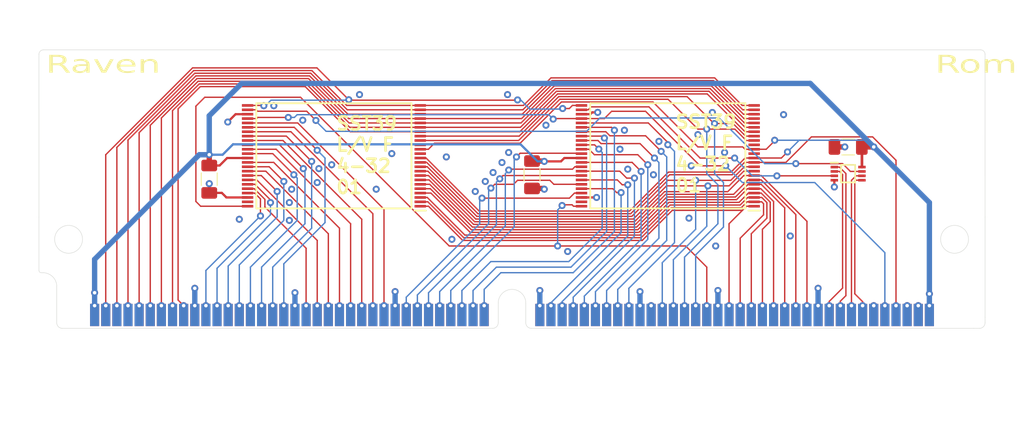
<source format=kicad_pcb>
(kicad_pcb (version 20221018) (generator pcbnew)
  (title_block (title "Raven SRAM module template") (date "2023") (rev "A0") (company "Licensed under CERN-OHL-P v2") (comment 1 "Anders Granlund"))
  (layers (0 "F.Cu" signal) (1 "In1.Cu" signal) (2 "In2.Cu" signal) (31 "B.Cu" signal) (34 "B.Paste" user) (35 "F.Paste" user) (36 "B.SilkS" user "B.Silkscreen") (37 "F.SilkS" user "F.Silkscreen") (38 "B.Mask" user) (39 "F.Mask" user) (44 "Edge.Cuts" user))
  (net 0 "")
  (net 1 "A2")
  (net 2 "A3")
  (net 3 "A4")
  (net 4 "A5")
  (net 5 "A6")
  (net 6 "A7")
  (net 7 "A8")
  (net 8 "A9")
  (net 9 "A10")
  (net 10 "A11")
  (net 11 "A12")
  (net 12 "GND")
  (net 13 "D31")
  (net 14 "D30")
  (net 15 "D29")
  (net 16 "D28")
  (net 17 "D27")
  (net 18 "D26")
  (net 19 "D25")
  (net 20 "D24")
  (net 21 "D23")
  (net 22 "D22")
  (net 23 "D21")
  (net 24 "D20")
  (net 25 "D19")
  (net 26 "D18")
  (net 27 "D17")
  (net 28 "D16")
  (net 29 "D15")
  (net 30 "D14")
  (net 31 "D13")
  (net 32 "D12")
  (net 33 "D11")
  (net 34 "D10")
  (net 35 "D9")
  (net 36 "D8")
  (net 37 "D7")
  (net 38 "D6")
  (net 39 "D5")
  (net 40 "D4")
  (net 41 "D3")
  (net 42 "D2")
  (net 43 "D1")
  (net 44 "D0")
  (net 45 "A22")
  (net 46 "A21")
  (net 47 "A20")
  (net 48 "A19")
  (net 49 "A18")
  (net 50 "A17")
  (net 51 "A16")
  (net 52 "A15")
  (net 53 "A14")
  (net 54 "A13")
  (net 55 "~{CS1}")
  (net 56 "~{OE}")
  (net 57 "~{WE}")
  (net 58 "unconnected-(J1-nc-Pad67)")
  (net 59 "unconnected-(J1-nc-Pad70)")
  (net 60 "unconnected-(J1-nc-Pad71)")
  (net 61 "~{CS0}")
  (net 68 "~{BS1}")
  (net 69 "~{BS0}")
  (net 70 "~{BS3}")
  (net 71 "~{BS2}")
  (net 72 "VCC")
  (net 73 "unconnected-(J1-A21-Pad47)")
  (footprint "68k:SIMM72_edge" (layer "F.Cu") (at 51.0258 102.745)
    (fp_text reference "J1" hide)
    (fp_text value "SIMM72" hide)
    (fp_line (start 0 0) (end 0 6.096) (stroke (width 0.05)) (layer "Edge.Cuts"))
    (fp_line (start 0.254 6.35) (end 0.46 6.354793) (stroke (width 0.05)) (layer "Edge.Cuts"))
    (fp_line (start 2.03 12.065) (end 2.03 7.92) (stroke (width 0.05)) (layer "Edge.Cuts"))
    (fp_line (start 51.7652 12.7) (end 2.665 12.7) (stroke (width 0.05)) (layer "Edge.Cuts"))
    (fp_line (start 52.4002 12.065) (end 52.4002 9.8298) (stroke (width 0.05)) (layer "Edge.Cuts"))
    (fp_line (start 55.5498 12.065) (end 55.5498 9.8298) (stroke (width 0.05)) (layer "Edge.Cuts"))
    (fp_line (start 56.1848 12.7) (end 106.68 12.7) (stroke (width 0.05)) (layer "Edge.Cuts"))
    (fp_line (start 107.315 12.7) (end 106.68 12.7) (stroke (width 0.05)) (layer "Edge.Cuts"))
    (fp_line (start 107.95 0) (end 107.95 11.43) (stroke (width 0.05)) (layer "Edge.Cuts"))
    (fp_line (start 107.95 12.065) (end 107.95 11.43) (stroke (width 0.05)) (layer "Edge.Cuts"))
    (fp_arc (start 0.254 6.35) (mid 0.074395 6.275605) (end 0 6.096) (stroke (width 0.05)) (layer "Edge.Cuts"))
    (fp_arc (start 0.46 6.354793) (mid 1.568464 6.812942) (end 2.03 7.92) (stroke (width 0.05)) (layer "Edge.Cuts"))
    (fp_arc (start 2.665 12.7) (mid 2.215987 12.514013) (end 2.03 12.065) (stroke (width 0.05)) (layer "Edge.Cuts"))
    (fp_arc (start 52.4002 9.8298) (mid 53.975 8.255) (end 55.5498 9.8298) (stroke (width 0.05)) (layer "Edge.Cuts"))
    (fp_arc (start 52.4002 12.065) (mid 52.214213 12.514013) (end 51.7652 12.7) (stroke (width 0.05)) (layer "Edge.Cuts"))
    (fp_arc (start 56.1848 12.7) (mid 55.735787 12.514013) (end 55.5498 12.065) (stroke (width 0.05)) (layer "Edge.Cuts"))
    (fp_arc (start 107.95 12.065) (mid 107.764013 12.514013) (end 107.315 12.7) (stroke (width 0.05)) (layer "Edge.Cuts"))
    (fp_circle (center 3.38 2.54) (end 4.953 2.3114) (stroke (width 0.05)) (fill none) (layer "Edge.Cuts"))
    (fp_circle (center 104.4702 2.54) (end 106.0602 2.54) (stroke (width 0.05)) (fill none) (layer "Edge.Cuts"))
  )
  (footprint "68k:SOP50P2000X120-48N" (layer "F.Cu") (at 122.78 95.76 180)
    (fp_text reference "IC3" hide)
    (fp_text value "SST39LFx01" hide)
  )
  (footprint "Capacitor_SMD:C_1206_3216Metric_Pad1.33x1.80mm_HandSolder" (layer "F.Cu") (at 107.286 97.919 -90)
    (fp_text reference "C3" hide)
    (fp_text value "0.1uF" hide)
  )
  (footprint "68k:SOP50P310X90-8N" (layer "F.Cu") (at 143.354 97.792)
    (fp_text reference "IC1" hide)
    (fp_text value "SN74LVC2G08DCUR" hide)
  )
  (footprint "Capacitor_SMD:C_1206_3216Metric_Pad1.33x1.80mm_HandSolder" (layer "F.Cu") (at 70.456 98.427 -90)
    (fp_text reference "C1" hide)
    (fp_text value "0.1uF" hide)
  )
  (footprint "Capacitor_SMD:C_1206_3216Metric_Pad1.33x1.80mm_HandSolder" (layer "F.Cu") (at 143.354 94.744 180)
    (fp_text reference "C2" hide)
    (fp_text value "0.1uF" hide)
  )
  (footprint "68k:SOP50P2000X120-48N" (layer "F.Cu") (at 84.68 95.76 180)
    (fp_text reference "IC2" hide)
    (fp_text value "SST39LFx01" hide)
  )
  (gr_arc (start 51.025 84.1776) (mid 51.17379 83.81839) (end 51.533 83.6696) (stroke (width 0.05)) (layer "Edge.Cuts"))
  (gr_arc (start 158.467 83.6696) (mid 158.82621 83.81839) (end 158.975 84.1776) (stroke (width 0.05)) (layer "Edge.Cuts"))
  (gr_line (start 158.975 84.1776) (end 158.9758 102.745) (stroke (width 0.05)) (layer "Edge.Cuts"))
  (gr_line (start 51.025 84.1776) (end 51.0258 102.745) (stroke (width 0.05)) (layer "Edge.Cuts"))
  (gr_line (start 158.467 83.6696) (end 51.533 83.6696) (stroke (width 0.05)) (layer "Edge.Cuts"))
  (gr_text "Rom" (at 153.26 86.616) (layer "F.SilkS") (effects (font (size 2 3)) (justify left bottom)))
  (gr_text "SST39\nL/V F\n4-32\n01" (at 84.8 100.2) (layer "F.SilkS") (effects (font (size 1.5 1.5) (thickness 0.3) bold) (justify left bottom)))
  (gr_text "Raven" (at 51.787 86.616) (layer "F.SilkS") (effects (font (size 2 3)) (justify left bottom)))
  (gr_text "SST39\nL/V F\n4-32\n01" (at 123.5 100) (layer "F.SilkS") (effects (font (size 1.5 1.5) (thickness 0.3) bold) (justify left bottom)))
  (segment (start 111.893 90.01) (end 112.93 90.01) (width 0.1524) (layer "F.Cu") (net 1))
  (segment (start 76.644 90.01) (end 74.83 90.01) (width 0.1524) (layer "F.Cu") (net 1))
  (segment (start 82.743632 85.727) (end 68.551 85.727) (width 0.1524) (layer "F.Cu") (net 1))
  (segment (start 105.635 89.3819) (end 105.6069 89.41) (width 0.1524) (layer "F.Cu") (net 1))
  (segment (start 86.378816 89.362184) (end 82.743632 85.727) (width 0.1524) (layer "F.Cu") (net 1))
  (segment (start 111.540866 90.362134) (end 111.893 90.01) (width 0.1524) (layer "F.Cu") (net 1))
  (segment (start 76.679 90.045) (end 76.644 90.01) (width 0.1524) (layer "F.Cu") (net 1))
  (segment (start 68.551 85.727) (end 58.645 95.633) (width 0.1524) (layer "F.Cu") (net 1))
  (segment (start 110.778134 90.362134) (end 111.540866 90.362134) (width 0.1524) (layer "F.Cu") (net 1))
  (segment (start 86.378816 89.362184) (end 86.426632 89.41) (width 0.1524) (layer "F.Cu") (net 1))
  (segment (start 86.426632 89.41) (end 105.6069 89.41) (width 0.1524) (layer "F.Cu") (net 1))
  (segment (start 58.645 95.633) (end 58.645 112.8542) (width 0.1524) (layer "F.Cu") (net 1))
  (via (at 58.645 112.8542) (size 0.8) (drill 0.4) (layers "F.Cu" "B.Cu") (net 1))
  (via (at 86.378816 89.362184) (size 0.8) (drill 0.4) (layers "F.Cu" "B.Cu") (net 1))
  (via (at 76.679 90.045) (size 0.8) (drill 0.4) (layers "F.Cu" "B.Cu") (net 1))
  (via (at 105.635 89.3819) (size 0.8) (drill 0.4) (layers "F.Cu" "B.Cu") (net 1))
  (via (at 110.778134 90.362134) (size 0.8) (drill 0.4) (layers "F.Cu" "B.Cu") (net 1))
  (segment (start 86.378816 89.362184) (end 86.331 89.41) (width 0.1524) (layer "B.Cu") (net 1))
  (segment (start 105.9879 89.3819) (end 105.635 89.3819) (width 0.1524) (layer "B.Cu") (net 1))
  (segment (start 76.865 90.045) (end 76.679 90.045) (width 0.1524) (layer "B.Cu") (net 1))
  (segment (start 110.778134 90.362134) (end 110.714268 90.426) (width 0.1524) (layer "B.Cu") (net 1))
  (segment (start 110.714268 90.426) (end 107.032 90.426) (width 0.1524) (layer "B.Cu") (net 1))
  (segment (start 86.331 89.41) (end 77.5 89.41) (width 0.1524) (layer "B.Cu") (net 1))
  (segment (start 77.5 89.41) (end 76.865 90.045) (width 0.1524) (layer "B.Cu") (net 1))
  (segment (start 107.032 90.426) (end 105.9879 89.3819) (width 0.1524) (layer "B.Cu") (net 1))
  (segment (start 131.265578 90.01) (end 132.63 90.01) (width 0.1524) (layer "F.Cu") (net 2))
  (segment (start 82.160164 86.0318) (end 86.138364 90.01) (width 0.1524) (layer "F.Cu") (net 2))
  (segment (start 59.915 94.794052) (end 68.677252 86.0318) (width 0.1524) (layer "F.Cu") (net 2))
  (segment (start 128.125578 86.87) (end 131.265578 90.01) (width 0.1524) (layer "F.Cu") (net 2))
  (segment (start 68.677252 86.0318) (end 82.160164 86.0318) (width 0.1524) (layer "F.Cu") (net 2))
  (segment (start 86.138364 90.01) (end 94.53 90.01) (width 0.1524) (layer "F.Cu") (net 2))
  (segment (start 109.445 86.87) (end 128.125578 86.87) (width 0.1524) (layer "F.Cu") (net 2))
  (segment (start 59.915 112.8542) (end 59.915 94.794052) (width 0.1524) (layer "F.Cu") (net 2))
  (segment (start 94.53 90.01) (end 106.305 90.01) (width 0.1524) (layer "F.Cu") (net 2))
  (segment (start 106.305 90.01) (end 109.445 86.87) (width 0.1524) (layer "F.Cu") (net 2))
  (via (at 59.915 112.8542) (size 0.8) (drill 0.4) (layers "F.Cu" "B.Cu") (net 2))
  (segment (start 132.63 90.51) (end 131.334526 90.51) (width 0.1524) (layer "F.Cu") (net 3))
  (segment (start 61.185 93.955104) (end 61.185 112.8542) (width 0.1524) (layer "F.Cu") (net 3))
  (segment (start 94.53 90.51) (end 86.207312 90.51) (width 0.1524) (layer "F.Cu") (net 3))
  (segment (start 68.803504 86.3366) (end 61.185 93.955104) (width 0.1524) (layer "F.Cu") (net 3))
  (segment (start 82.033912 86.3366) (end 68.803504 86.3366) (width 0.1524) (layer "F.Cu") (net 3))
  (segment (start 86.207312 90.51) (end 82.033912 86.3366) (width 0.1524) (layer "F.Cu") (net 3))
  (segment (start 131.334526 90.51) (end 127.999326 87.1748) (width 0.1524) (layer "F.Cu") (net 3))
  (segment (start 109.571252 87.1748) (end 106.236052 90.51) (width 0.1524) (layer "F.Cu") (net 3))
  (segment (start 127.999326 87.1748) (end 109.571252 87.1748) (width 0.1524) (layer "F.Cu") (net 3))
  (segment (start 106.236052 90.51) (end 94.53 90.51) (width 0.1524) (layer "F.Cu") (net 3))
  (via (at 61.185 112.8542) (size 0.8) (drill 0.4) (layers "F.Cu" "B.Cu") (net 3))
  (segment (start 106.167104 91.01) (end 109.697504 87.4796) (width 0.1524) (layer "F.Cu") (net 4))
  (segment (start 62.455 93.116156) (end 68.929756 86.6414) (width 0.1524) (layer "F.Cu") (net 4))
  (segment (start 94.53 91.01) (end 106.167104 91.01) (width 0.1524) (layer "F.Cu") (net 4))
  (segment (start 62.455 112.8542) (end 62.455 93.116156) (width 0.1524) (layer "F.Cu") (net 4))
  (segment (start 81.90766 86.6414) (end 86.27626 91.01) (width 0.1524) (layer "F.Cu") (net 4))
  (segment (start 131.403474 91.01) (end 132.63 91.01) (width 0.1524) (layer "F.Cu") (net 4))
  (segment (start 109.697504 87.4796) (end 127.873074 87.4796) (width 0.1524) (layer "F.Cu") (net 4))
  (segment (start 86.27626 91.01) (end 94.53 91.01) (width 0.1524) (layer "F.Cu") (net 4))
  (segment (start 127.873074 87.4796) (end 131.403474 91.01) (width 0.1524) (layer "F.Cu") (net 4))
  (segment (start 68.929756 86.6414) (end 81.90766 86.6414) (width 0.1524) (layer "F.Cu") (net 4))
  (via (at 62.455 112.8542) (size 0.8) (drill 0.4) (layers "F.Cu" "B.Cu") (net 4))
  (segment (start 69.056008 86.9462) (end 63.725 92.277208) (width 0.1524) (layer "F.Cu") (net 5))
  (segment (start 132.63 91.51) (end 131.472422 91.51) (width 0.1524) (layer "F.Cu") (net 5))
  (segment (start 63.725 92.277208) (end 63.725 112.8542) (width 0.1524) (layer "F.Cu") (net 5))
  (segment (start 94.53 91.51) (end 86.345208 91.51) (width 0.1524) (layer "F.Cu") (net 5))
  (segment (start 109.823756 87.7844) (end 106.098156 91.51) (width 0.1524) (layer "F.Cu") (net 5))
  (segment (start 86.345208 91.51) (end 81.781408 86.9462) (width 0.1524) (layer "F.Cu") (net 5))
  (segment (start 131.472422 91.51) (end 127.746822 87.7844) (width 0.1524) (layer "F.Cu") (net 5))
  (segment (start 127.746822 87.7844) (end 109.823756 87.7844) (width 0.1524) (layer "F.Cu") (net 5))
  (segment (start 106.098156 91.51) (end 94.53 91.51) (width 0.1524) (layer "F.Cu") (net 5))
  (segment (start 81.781408 86.9462) (end 69.056008 86.9462) (width 0.1524) (layer "F.Cu") (net 5))
  (via (at 63.725 112.8542) (size 0.8) (drill 0.4) (layers "F.Cu" "B.Cu") (net 5))
  (segment (start 109.950008 88.0892) (end 127.605252 88.0892) (width 0.1524) (layer "F.Cu") (net 6))
  (segment (start 81.655156 87.251) (end 86.414156 92.01) (width 0.1524) (layer "F.Cu") (net 6))
  (segment (start 64.995 91.442) (end 69.186 87.251) (width 0.1524) (layer "F.Cu") (net 6))
  (segment (start 86.414156 92.01) (end 94.53 92.01) (width 0.1524) (layer "F.Cu") (net 6))
  (segment (start 69.186 87.251) (end 81.655156 87.251) (width 0.1524) (layer "F.Cu") (net 6))
  (segment (start 106.029208 92.01) (end 109.950008 88.0892) (width 0.1524) (layer "F.Cu") (net 6))
  (segment (start 127.605252 88.0892) (end 131.526052 92.01) (width 0.1524) (layer "F.Cu") (net 6))
  (segment (start 131.526052 92.01) (end 132.63 92.01) (width 0.1524) (layer "F.Cu") (net 6))
  (segment (start 94.53 92.01) (end 106.029208 92.01) (width 0.1524) (layer "F.Cu") (net 6))
  (segment (start 64.995 112.8542) (end 64.995 91.442) (width 0.1524) (layer "F.Cu") (net 6))
  (via (at 64.995 112.8542) (size 0.8) (drill 0.4) (layers "F.Cu" "B.Cu") (net 6))
  (segment (start 131.595 92.51) (end 127.479 88.394) (width 0.1524) (layer "F.Cu") (net 7))
  (segment (start 86.483104 92.51) (end 81.528904 87.5558) (width 0.1524) (layer "F.Cu") (net 7))
  (segment (start 81.528904 87.5558) (end 69.312252 87.5558) (width 0.1524) (layer "F.Cu") (net 7))
  (segment (start 66.265 90.603052) (end 66.265 112.8542) (width 0.1524) (layer "F.Cu") (net 7))
  (segment (start 110.07626 88.394) (end 105.96026 92.51) (width 0.1524) (layer "F.Cu") (net 7))
  (segment (start 105.96026 92.51) (end 94.53 92.51) (width 0.1524) (layer "F.Cu") (net 7))
  (segment (start 132.63 92.51) (end 131.595 92.51) (width 0.1524) (layer "F.Cu") (net 7))
  (segment (start 94.53 92.51) (end 86.483104 92.51) (width 0.1524) (layer "F.Cu") (net 7))
  (segment (start 127.479 88.394) (end 110.07626 88.394) (width 0.1524) (layer "F.Cu") (net 7))
  (segment (start 69.312252 87.5558) (end 66.265 90.603052) (width 0.1524) (layer "F.Cu") (net 7))
  (via (at 66.265 112.8542) (size 0.8) (drill 0.4) (layers "F.Cu" "B.Cu") (net 7))
  (segment (start 67.535 112.8542) (end 66.9 112.2192) (width 0.1524) (layer "F.Cu") (net 8))
  (segment (start 69.438504 87.8606) (end 81.402652 87.8606) (width 0.1524) (layer "F.Cu") (net 8))
  (segment (start 94.53 93.01) (end 105.891312 93.01) (width 0.1524) (layer "F.Cu") (net 8))
  (segment (start 66.9 112.2192) (end 66.9 90.399104) (width 0.1524) (layer "F.Cu") (net 8))
  (segment (start 127.2758 88.6988) (end 131.587 93.01) (width 0.1524) (layer "F.Cu") (net 8))
  (segment (start 86.552052 93.01) (end 94.53 93.01) (width 0.1524) (layer "F.Cu") (net 8))
  (segment (start 66.9 90.399104) (end 69.438504 87.8606) (width 0.1524) (layer "F.Cu") (net 8))
  (segment (start 131.587 93.01) (end 132.63 93.01) (width 0.1524) (layer "F.Cu") (net 8))
  (segment (start 110.202512 88.6988) (end 127.2758 88.6988) (width 0.1524) (layer "F.Cu") (net 8))
  (segment (start 81.402652 87.8606) (end 86.552052 93.01) (width 0.1524) (layer "F.Cu") (net 8))
  (segment (start 105.891312 93.01) (end 110.202512 88.6988) (width 0.1524) (layer "F.Cu") (net 8))
  (via (at 67.535 112.8542) (size 0.8) (drill 0.4) (layers "F.Cu" "B.Cu") (net 8))
  (segment (start 133.4324 98.01) (end 138.655 103.2326) (width 0.1524) (layer "F.Cu") (net 9))
  (segment (start 131.452 98.01) (end 132.63 98.01) (width 0.1524) (layer "F.Cu") (net 9))
  (segment (start 122.404236 99.8494) (end 129.6126 99.8494) (width 0.1524) (layer "F.Cu") (net 9))
  (segment (start 94.53 98.01) (end 95.470296 98.01) (width 0.1524) (layer "F.Cu") (net 9))
  (segment (start 100.738696 103.2784) (end 118.975236 103.2784) (width 0.1524) (layer "F.Cu") (net 9))
  (segment (start 118.975236 103.2784) (end 122.404236 99.8494) (width 0.1524) (layer "F.Cu") (net 9))
  (segment (start 95.470296 98.01) (end 100.738696 103.2784) (width 0.1524) (layer "F.Cu") (net 9))
  (segment (start 138.655 103.2326) (end 138.655 112.8542) (width 0.1524) (layer "F.Cu") (net 9))
  (segment (start 132.63 98.01) (end 133.4324 98.01) (width 0.1524) (layer "F.Cu") (net 9))
  (segment (start 129.6126 99.8494) (end 131.452 98.01) (width 0.1524) (layer "F.Cu") (net 9))
  (via (at 138.655 112.8542) (size 0.8) (drill 0.4) (layers "F.Cu" "B.Cu") (net 9))
  (segment (start 132.63 98.51) (end 133.4324 98.51) (width 0.1524) (layer "F.Cu") (net 10))
  (segment (start 133.4324 98.51) (end 137.385 102.4626) (width 0.1524) (layer "F.Cu") (net 10))
  (segment (start 119.101488 103.5832) (end 100.612444 103.5832) (width 0.1524) (layer "F.Cu") (net 10))
  (segment (start 130.2782 100.1542) (end 122.530488 100.1542) (width 0.1524) (layer "F.Cu") (net 10))
  (segment (start 137.385 102.4626) (end 137.385 112.8542) (width 0.1524) (layer "F.Cu") (net 10))
  (segment (start 131.9224 98.51) (end 130.2782 100.1542) (width 0.1524) (layer "F.Cu") (net 10))
  (segment (start 122.530488 100.1542) (end 119.101488 103.5832) (width 0.1524) (layer "F.Cu") (net 10))
  (segment (start 95.539244 98.51) (end 94.53 98.51) (width 0.1524) (layer "F.Cu") (net 10))
  (segment (start 132.63 98.51) (end 131.9224 98.51) (width 0.1524) (layer "F.Cu") (net 10))
  (segment (start 100.612444 103.5832) (end 95.539244 98.51) (width 0.1524) (layer "F.Cu") (net 10))
  (via (at 137.385 112.8542) (size 0.8) (drill 0.4) (layers "F.Cu" "B.Cu") (net 10))
  (segment (start 100.486192 103.888) (end 119.22774 103.888) (width 0.1524) (layer "F.Cu") (net 11))
  (segment (start 119.22774 103.888) (end 122.65674 100.459) (width 0.1524) (layer "F.Cu") (net 11))
  (segment (start 94.53 99.01) (end 95.608192 99.01) (width 0.1524) (layer "F.Cu") (net 11))
  (segment (start 95.608192 99.01) (end 100.486192 103.888) (width 0.1524) (layer "F.Cu") (net 11))
  (segment (start 133.4324 99.01) (end 136.115 101.6926) (width 0.1524) (layer "F.Cu") (net 11))
  (segment (start 122.65674 100.459) (end 130.492748 100.459) (width 0.1524) (layer "F.Cu") (net 11))
  (segment (start 132.63 99.01) (end 133.4324 99.01) (width 0.1524) (layer "F.Cu") (net 11))
  (segment (start 131.941748 99.01) (end 132.63 99.01) (width 0.1524) (layer "F.Cu") (net 11))
  (segment (start 130.492748 100.459) (end 131.941748 99.01) (width 0.1524) (layer "F.Cu") (net 11))
  (segment (start 136.115 101.6926) (end 136.115 112.8542) (width 0.1524) (layer "F.Cu") (net 11))
  (via (at 136.115 112.8542) (size 0.8) (drill 0.4) (layers "F.Cu" "B.Cu") (net 11))
  (segment (start 114.1509 90.8001) (end 113.941 91.01) (width 0.254) (layer "F.Cu") (net 12))
  (segment (start 141.7915 94.744) (end 142.973 94.744) (width 0.6096) (layer "F.Cu") (net 12))
  (segment (start 71.8915 99.9895) (end 70.456 99.9895) (width 0.254) (layer "F.Cu") (net 12))
  (segment (start 141.779 99.316) (end 141.779 98.542) (width 0.254) (layer "F.Cu") (net 12))
  (segment (start 74.83 91.01) (end 73.461068 91.01) (width 0.254) (layer "F.Cu") (net 12))
  (segment (start 107.286 99.4815) (end 108.5945 99.4815) (width 0.6096) (layer "F.Cu") (net 12))
  (segment (start 74.83 100.51) (end 72.412 100.51) (width 0.254) (layer "F.Cu") (net 12))
  (segment (start 70.456 99.9895) (end 70.456 98.935) (width 0.254) (layer "F.Cu") (net 12))
  (segment (start 108.5945 99.4815) (end 108.683 99.57) (width 0.254) (layer "F.Cu") (net 12))
  (segment (start 114.779 90.8001) (end 114.1509 90.8001) (width 0.254) (layer "F.Cu") (net 12))
  (segment (start 72.412 100.51) (end 71.8915 99.9895) (width 0.254) (layer "F.Cu") (net 12))
  (segment (start 73.461068 91.01) (end 72.568034 91.903034) (width 0.254) (layer "F.Cu") (net 12))
  (segment (start 114.6518 100.51) (end 114.652 100.5098) (width 0.254) (layer "F.Cu") (net 12))
  (segment (start 112.93 100.51) (end 114.6518 100.51) (width 0.254) (layer "F.Cu") (net 12))
  (segment (start 113.941 91.01) (end 112.93 91.01) (width 0.254) (layer "F.Cu") (net 12))
  (via (at 101.952 98.681) (size 0.8) (drill 0.4) (layers "F.Cu" "B.Cu") (net 12))
  (via (at 121.764 94.109) (size 0.8) (drill 0.4) (layers "F.Cu" "B.Cu") (net 12))
  (via (at 127.86 90.8139) (size 0.8) (drill 0.4) (layers "F.Cu" "B.Cu") (net 12))
  (via (at 108.175 111.127) (size 0.8) (drill 0.4) (layers "F.Cu" "B.Cu") (net 12))
  (via (at 142.973 94.744) (size 0.8) (drill 0.4) (layers "F.Cu" "B.Cu") (net 12))
  (via (at 79.5931 101.094) (size 0.8) (drill 0.4) (layers "F.Cu" "B.Cu") (net 12))
  (via (at 114.779 90.8001) (size 0.8) (drill 0.4) (layers "F.Cu" "B.Cu") (net 12))
  (via (at 68.805 110.873) (size 0.8) (drill 0.4) (layers "F.Cu" "B.Cu") (net 12))
  (via (at 128.495 112.8542) (size 0.8) (drill 0.4) (layers "F.Cu" "B.Cu") (net 12))
  (via (at 121.1359 97.919) (size 0.8) (drill 0.4) (layers "F.Cu" "B.Cu") (net 12))
  (via (at 68.805 112.8542) (size 0.8) (drill 0.4) (layers "F.Cu" "B.Cu") (net 12))
  (via (at 126.209 93.3401) (size 0.8) (drill 0.4) (layers "F.Cu" "B.Cu") (net 12))
  (via (at 128.495 111.127) (size 0.8) (drill 0.4) (layers "F.Cu" "B.Cu") (net 12))
  (via (at 70.456 98.935) (size 0.8) (drill 0.4) (layers "F.Cu" "B.Cu") (net 12))
  (via (at 80.235 111.381) (size 0.8) (drill 0.4) (layers "F.Cu" "B.Cu") (net 12))
  (via (at 111.35 106.6751) (size 0.8) (drill 0.4) (layers "F.Cu" "B.Cu") (net 12))
  (via (at 73.885 102.999) (size 0.8) (drill 0.4) (layers "F.Cu" "B.Cu") (net 12))
  (via (at 135.988 91.061) (size 0.8) (drill 0.4) (layers "F.Cu" "B.Cu") (net 12))
  (via (at 77.822 90.045) (size 0.8) (drill 0.4) (layers "F.Cu" "B.Cu") (net 12))
  (via (at 125.447 96.903) (size 0.8) (drill 0.4) (layers "F.Cu" "B.Cu") (net 12))
  (via (at 141.779 99.316) (size 0.8) (drill 0.4) (layers "F.Cu" "B.Cu") (net 12))
  (via (at 82.775 98.808) (size 0.8) (drill 0.4) (layers "F.Cu" "B.Cu") (net 12))
  (via (at 139.925 110.873) (size 0.8) (drill 0.4) (layers "F.Cu" "B.Cu") (net 12))
  (via (at 104.492 88.775) (size 0.8) (drill 0.4) (layers "F.Cu" "B.Cu") (net 12))
  (via (at 97.507 95.887) (size 0.8) (drill 0.4) (layers "F.Cu" "B.Cu") (net 12))
  (via (at 125.193 102.872) (size 0.8) (drill 0.4) (layers "F.Cu" "B.Cu") (net 12))
  (via (at 91.665 112.8542) (size 0.8) (drill 0.4) (layers "F.Cu" "B.Cu") (net 12))
  (via (at 114.652 100.5098) (size 0.8) (drill 0.4) (layers "F.Cu" "B.Cu") (net 12))
  (via (at 129.257 95.379) (size 0.8) (drill 0.4) (layers "F.Cu" "B.Cu") (net 12))
  (via (at 72.568034 91.903034) (size 0.8) (drill 0.4) (layers "F.Cu" "B.Cu") (net 12))
  (via (at 108.175 112.8542) (size 0.8) (drill 0.4) (layers "F.Cu" "B.Cu") (net 12))
  (via (at 89.506 99.57) (size 0.8) (drill 0.4) (layers "F.Cu" "B.Cu") (net 12))
  (via (at 79.5931 103.126) (size 0.8) (drill 0.4) (layers "F.Cu" "B.Cu") (net 12))
  (via (at 117.319 95.0049) (size 0.8) (drill 0.4) (layers "F.Cu" "B.Cu") (net 12))
  (via (at 81.124 91.6955) (size 0.8) (drill 0.4) (layers "F.Cu" "B.Cu") (net 12))
  (via (at 139.925 112.8542) (size 0.8) (drill 0.4) (layers "F.Cu" "B.Cu") (net 12))
  (via (at 91.665 111.254) (size 0.8) (drill 0.4) (layers "F.Cu" "B.Cu") (net 12))
  (via (at 108.683 99.57) (size 0.8) (drill 0.4) (layers "F.Cu" "B.Cu") (net 12))
  (via (at 79.8609 99.57) (size 0.8) (drill 0.4) (layers "F.Cu" "B.Cu") (net 12))
  (via (at 91.284 95.506) (size 0.8) (drill 0.4) (layers "F.Cu" "B.Cu") (net 12))
  (via (at 118.208 97.284) (size 0.8) (drill 0.4) (layers "F.Cu" "B.Cu") (net 12))
  (via (at 87.601 88.775) (size 0.8) (drill 0.4) (layers "F.Cu" "B.Cu") (net 12))
  (via (at 98.142 105.285) (size 0.8) (drill 0.4) (layers "F.Cu" "B.Cu") (net 12))
  (via (at 128.241 106.047) (size 0.8) (drill 0.4) (layers "F.Cu" "B.Cu") (net 12))
  (via (at 100.809 99.824) (size 0.8) (drill 0.4) (layers "F.Cu" "B.Cu") (net 12))
  (via (at 102.841 97.665) (size 0.8) (drill 0.4) (layers "F.Cu" "B.Cu") (net 12))
  (via (at 119.605 112.8542) (size 0.8) (drill 0.4) (layers "F.Cu" "B.Cu") (net 12))
  (via (at 104.619 95.379) (size 0.8) (drill 0.4) (layers "F.Cu" "B.Cu") (net 12))
  (via (at 80.235 112.8542) (size 0.8) (drill 0.4) (layers "F.Cu" "B.Cu") (net 12))
  (via (at 136.75 104.904) (size 0.8) (drill 0.4) (layers "F.Cu" "B.Cu") (net 12))
  (via (at 82.965134 97.220866) (size 0.8) (drill 0.4) (layers "F.Cu" "B.Cu") (net 12))
  (via (at 108.873134 92.267134) (size 0.8) (drill 0.4) (layers "F.Cu" "B.Cu") (net 12))
  (via (at 84.425634 96.776366) (size 0.8) (drill 0.4) (layers "F.Cu" "B.Cu") (net 12))
  (via (at 103.857 96.522) (size 0.8) (drill 0.4) (layers "F.Cu" "B.Cu") (net 12))
  (via (at 119.605 111.254) (size 0.8) (drill 0.4) (layers "F.Cu" "B.Cu") (net 12))
  (via (at 117.827 92.839) (size 0.8) (drill 0.4) (layers "F.Cu" "B.Cu") (net 12))
  (segment (start 80.235 111.381) (end 80.235 112.8542) (width 0.6096) (layer "B.Cu") (net 12))
  (segment (start 128.495 112.8542) (end 128.495 111.127) (width 0.6096) (layer "B.Cu") (net 12))
  (segment (start 108.175 111.127) (end 108.175 112.8542) (width 0.6096) (layer "B.Cu") (net 12))
  (segment (start 119.605 111.254) (end 119.605 112.8542) (width 0.6096) (layer "B.Cu") (net 12))
  (segment (start 91.665 111.254) (end 91.665 112.8542) (width 0.6096) (layer "B.Cu") (net 12))
  (segment (start 139.925 110.873) (end 139.925 112.8542) (width 0.6096) (layer "B.Cu") (net 12))
  (segment (start 68.805 110.873) (end 68.805 112.8542) (width 0.6096) (layer "B.Cu") (net 12))
  (segment (start 75.6324 100.01) (end 76.298 100.6756) (width 0.1524) (layer "F.Cu") (net 13))
  (segment (start 76.298 100.6756) (end 76.298 102.618) (width 0.1524) (layer "F.Cu") (net 13))
  (segment (start 74.83 100.01) (end 75.6324 100.01) (width 0.1524) (layer "F.Cu") (net 13))
  (via (at 70.075 112.8542) (size 0.8) (drill 0.4) (layers "F.Cu" "B.Cu") (net 13))
  (via (at 76.298 102.618) (size 0.8) (drill 0.4) (layers "F.Cu" "B.Cu") (net 13))
  (segment (start 76.298 102.618) (end 70.075 108.841) (width 0.1524) (layer "B.Cu") (net 13))
  (segment (start 70.075 108.841) (end 70.075 112.8542) (width 0.1524) (layer "B.Cu") (net 13))
  (segment (start 77.441 100.789948) (end 77.441 101.094) (width 0.1524) (layer "F.Cu") (net 14))
  (segment (start 75.661052 99.01) (end 77.441 100.789948) (width 0.1524) (layer "F.Cu") (net 14))
  (segment (start 74.83 99.01) (end 75.661052 99.01) (width 0.1524) (layer "F.Cu") (net 14))
  (via (at 77.441 101.094) (size 0.8) (drill 0.4) (layers "F.Cu" "B.Cu") (net 14))
  (via (at 71.345 112.8542) (size 0.8) (drill 0.4) (layers "F.Cu" "B.Cu") (net 14))
  (segment (start 77.441 102.491) (end 71.345 108.587) (width 0.1524) (layer "B.Cu") (net 14))
  (segment (start 77.441 101.094) (end 77.441 102.491) (width 0.1524) (layer "B.Cu") (net 14))
  (segment (start 71.345 108.587) (end 71.345 112.8542) (width 0.1524) (layer "B.Cu") (net 14))
  (segment (start 76.389 98.01) (end 74.83 98.01) (width 0.1524) (layer "F.Cu") (net 15))
  (segment (start 78.203 99.824) (end 76.389 98.01) (width 0.1524) (layer "F.Cu") (net 15))
  (via (at 72.615 112.8542) (size 0.8) (drill 0.4) (layers "F.Cu" "B.Cu") (net 15))
  (via (at 78.203 99.824) (size 0.8) (drill 0.4) (layers "F.Cu" "B.Cu") (net 15))
  (segment (start 78.203 102.745) (end 72.615 108.333) (width 0.1524) (layer "B.Cu") (net 15))
  (segment (start 72.615 108.333) (end 72.615 112.8542) (width 0.1524) (layer "B.Cu") (net 15))
  (segment (start 78.203 99.824) (end 78.203 102.745) (width 0.1524) (layer "B.Cu") (net 15))
  (segment (start 77.294 97.01) (end 74.83 97.01) (width 0.1524) (layer "F.Cu") (net 16))
  (segment (start 78.965 98.681) (end 77.294 97.01) (width 0.1524) (layer "F.Cu") (net 16))
  (via (at 73.885 112.8542) (size 0.8) (drill 0.4) (layers "F.Cu" "B.Cu") (net 16))
  (via (at 78.965 98.681) (size 0.8) (drill 0.4) (layers "F.Cu" "B.Cu") (net 16))
  (segment (start 78.965 98.681) (end 78.965 103.126) (width 0.1524) (layer "B.Cu") (net 16))
  (segment (start 78.965 103.126) (end 73.885 108.206) (width 0.1524) (layer "B.Cu") (net 16))
  (segment (start 73.885 108.206) (end 73.885 112.8542) (width 0.1524) (layer "B.Cu") (net 16))
  (segment (start 77.699732 95.51) (end 74.83 95.51) (width 0.1524) (layer "F.Cu") (net 17))
  (segment (start 80.108366 97.918634) (end 77.699732 95.51) (width 0.1524) (layer "F.Cu") (net 17))
  (via (at 80.108366 97.918634) (size 0.8) (drill 0.4) (layers "F.Cu" "B.Cu") (net 17))
  (via (at 75.155 112.8542) (size 0.8) (drill 0.4) (layers "F.Cu" "B.Cu") (net 17))
  (segment (start 80.489 103.126) (end 75.155 108.46) (width 0.1524) (layer "B.Cu") (net 17))
  (segment (start 80.108366 97.918634) (end 80.489 98.299268) (width 0.1524) (layer "B.Cu") (net 17))
  (segment (start 80.489 98.299268) (end 80.489 103.126) (width 0.1524) (layer "B.Cu") (net 17))
  (segment (start 75.155 108.46) (end 75.155 112.8542) (width 0.1524) (layer "B.Cu") (net 17))
  (segment (start 78.477732 94.51) (end 74.83 94.51) (width 0.1524) (layer "F.Cu") (net 18))
  (segment (start 81.187866 97.220134) (end 78.477732 94.51) (width 0.1524) (layer "F.Cu") (net 18))
  (via (at 81.187866 97.220134) (size 0.8) (drill 0.4) (layers "F.Cu" "B.Cu") (net 18))
  (via (at 76.425 112.8542) (size 0.8) (drill 0.4) (layers "F.Cu" "B.Cu") (net 18))
  (segment (start 81.378 97.410268) (end 81.378 103.507) (width 0.1524) (layer "B.Cu") (net 18))
  (segment (start 81.378 103.507) (end 76.425 108.46) (width 0.1524) (layer "B.Cu") (net 18))
  (segment (start 81.187866 97.220134) (end 81.378 97.410268) (width 0.1524) (layer "B.Cu") (net 18))
  (segment (start 76.425 108.46) (end 76.425 112.8542) (width 0.1524) (layer "B.Cu") (net 18))
  (segment (start 79.254268 93.51) (end 74.83 93.51) (width 0.1524) (layer "F.Cu") (net 19))
  (segment (start 82.139268 96.395) (end 79.254268 93.51) (width 0.1524) (layer "F.Cu") (net 19))
  (segment (start 82.14 96.395) (end 82.139268 96.395) (width 0.1524) (layer "F.Cu") (net 19))
  (via (at 82.14 96.395) (size 0.8) (drill 0.4) (layers "F.Cu" "B.Cu") (net 19))
  (via (at 77.695 112.8542) (size 0.8) (drill 0.4) (layers "F.Cu" "B.Cu") (net 19))
  (segment (start 82.14 96.395) (end 82.14 104.015) (width 0.1524) (layer "B.Cu") (net 19))
  (segment (start 82.14 104.015) (end 77.695 108.46) (width 0.1524) (layer "B.Cu") (net 19))
  (segment (start 77.695 108.46) (end 77.695 112.8542) (width 0.1524) (layer "B.Cu") (net 19))
  (segment (start 80.159268 92.51) (end 74.83 92.51) (width 0.1524) (layer "F.Cu") (net 20))
  (segment (start 82.774634 95.125366) (end 80.159268 92.51) (width 0.1524) (layer "F.Cu") (net 20))
  (via (at 78.965 112.8542) (size 0.8) (drill 0.4) (layers "F.Cu" "B.Cu") (net 20))
  (via (at 82.774634 95.125366) (size 0.8) (drill 0.4) (layers "F.Cu" "B.Cu") (net 20))
  (segment (start 83.664 103.38) (end 78.965 108.079) (width 0.1524) (layer "B.Cu") (net 20))
  (segment (start 78.965 108.079) (end 78.965 112.8542) (width 0.1524) (layer "B.Cu") (net 20))
  (segment (start 82.774634 95.125366) (end 83.664 96.014732) (width 0.1524) (layer "B.Cu") (net 20))
  (segment (start 83.664 96.014732) (end 83.664 103.38) (width 0.1524) (layer "B.Cu") (net 20))
  (segment (start 81.505 112.8542) (end 81.505 106.301) (width 0.1524) (layer "F.Cu") (net 21))
  (segment (start 75.5872 99.51) (end 74.83 99.51) (width 0.1524) (layer "F.Cu") (net 21))
  (segment (start 76.806 100.7288) (end 75.5872 99.51) (width 0.1524) (layer "F.Cu") (net 21))
  (segment (start 81.505 106.301) (end 76.806 101.602) (width 0.1524) (layer "F.Cu") (net 21))
  (segment (start 76.806 101.602) (end 76.806 100.7288) (width 0.1524) (layer "F.Cu") (net 21))
  (via (at 81.505 112.8542) (size 0.8) (drill 0.4) (layers "F.Cu" "B.Cu") (net 21))
  (segment (start 82.775 105.412) (end 75.873 98.51) (width 0.1524) (layer "F.Cu") (net 22))
  (segment (start 75.873 98.51) (end 74.83 98.51) (width 0.1524) (layer "F.Cu") (net 22))
  (segment (start 82.775 112.8542) (end 82.775 105.412) (width 0.1524) (layer "F.Cu") (net 22))
  (via (at 82.775 112.8542) (size 0.8) (drill 0.4) (layers "F.Cu" "B.Cu") (net 22))
  (segment (start 84.045 104.65) (end 76.905 97.51) (width 0.1524) (layer "F.Cu") (net 23))
  (segment (start 84.045 112.8542) (end 84.045 104.65) (width 0.1524) (layer "F.Cu") (net 23))
  (segment (start 76.905 97.51) (end 74.83 97.51) (width 0.1524) (layer "F.Cu") (net 23))
  (via (at 84.045 112.8542) (size 0.8) (drill 0.4) (layers "F.Cu" "B.Cu") (net 23))
  (segment (start 85.315 112.8542) (end 85.315 104.015) (width 0.1524) (layer "F.Cu") (net 24))
  (segment (start 77.81 96.51) (end 74.83 96.51) (width 0.1524) (layer "F.Cu") (net 24))
  (segment (start 85.315 104.015) (end 77.81 96.51) (width 0.1524) (layer "F.Cu") (net 24))
  (via (at 85.315 112.8542) (size 0.8) (drill 0.4) (layers "F.Cu" "B.Cu") (net 24))
  (segment (start 78.088 95.01) (end 74.83 95.01) (width 0.1524) (layer "F.Cu") (net 25))
  (segment (start 86.585 103.507) (end 78.088 95.01) (width 0.1524) (layer "F.Cu") (net 25))
  (segment (start 86.585 112.8542) (end 86.585 103.507) (width 0.1524) (layer "F.Cu") (net 25))
  (via (at 86.585 112.8542) (size 0.8) (drill 0.4) (layers "F.Cu" "B.Cu") (net 25))
  (segment (start 87.855 102.999) (end 78.866 94.01) (width 0.1524) (layer "F.Cu") (net 26))
  (segment (start 78.866 94.01) (end 74.83 94.01) (width 0.1524) (layer "F.Cu") (net 26))
  (segment (start 87.855 112.8542) (end 87.855 102.999) (width 0.1524) (layer "F.Cu") (net 26))
  (via (at 87.855 112.8542) (size 0.8) (drill 0.4) (layers "F.Cu" "B.Cu") (net 26))
  (segment (start 89.125 112.8542) (end 89.125 102.364) (width 0.1524) (layer "F.Cu") (net 27))
  (segment (start 79.771 93.01) (end 74.83 93.01) (width 0.1524) (layer "F.Cu") (net 27))
  (segment (start 89.125 102.364) (end 79.771 93.01) (width 0.1524) (layer "F.Cu") (net 27))
  (via (at 89.125 112.8542) (size 0.8) (drill 0.4) (layers "F.Cu" "B.Cu") (net 27))
  (segment (start 90.395 101.855475) (end 80.549525 92.01) (width 0.1524) (layer "F.Cu") (net 28))
  (segment (start 90.395 112.8542) (end 90.395 101.855475) (width 0.1524) (layer "F.Cu") (net 28))
  (segment (start 80.549525 92.01) (end 74.83 92.01) (width 0.1524) (layer "F.Cu") (net 28))
  (via (at 90.395 112.8542) (size 0.8) (drill 0.4) (layers "F.Cu" "B.Cu") (net 28))
  (segment (start 101.5779 100.586) (end 111.5516 100.586) (width 0.1524) (layer "F.Cu") (net 29))
  (segment (start 112.1276 100.01) (end 112.93 100.01) (width 0.1524) (layer "F.Cu") (net 29))
  (segment (start 111.5516 100.586) (end 112.1276 100.01) (width 0.1524) (layer "F.Cu") (net 29))
  (via (at 92.935 112.8542) (size 0.8) (drill 0.4) (layers "F.Cu" "B.Cu") (net 29))
  (via (at 101.5779 100.586) (size 0.8) (drill 0.4) (layers "F.Cu" "B.Cu") (net 29))
  (segment (start 101.317 103.507) (end 92.935 111.889) (width 0.1524) (layer "B.Cu") (net 29))
  (segment (start 92.935 111.889) (end 92.935 112.8542) (width 0.1524) (layer "B.Cu") (net 29))
  (segment (start 101.317 100.8469) (end 101.317 103.507) (width 0.1524) (layer "B.Cu") (net 29))
  (segment (start 101.5779 100.586) (end 101.317 100.8469) (width 0.1524) (layer "B.Cu") (net 29))
  (segment (start 105.1785 99.0105) (end 105.635 98.554) (width 0.1524) (layer "F.Cu") (net 30))
  (segment (start 109.318 98.554) (end 109.774 99.01) (width 0.1524) (layer "F.Cu") (net 30))
  (segment (start 109.774 99.01) (end 112.93 99.01) (width 0.1524) (layer "F.Cu") (net 30))
  (segment (start 112.878 99.062) (end 112.93 99.01) (width 0.1524) (layer "F.Cu") (net 30))
  (segment (start 105.635 98.554) (end 109.318 98.554) (width 0.1524) (layer "F.Cu") (net 30))
  (segment (start 103.0264 99.0105) (end 105.1785 99.0105) (width 0.1524) (layer "F.Cu") (net 30))
  (segment (start 102.5939 99.443) (end 103.0264 99.0105) (width 0.1524) (layer "F.Cu") (net 30))
  (via (at 94.205 112.8542) (size 0.8) (drill 0.4) (layers "F.Cu" "B.Cu") (net 30))
  (via (at 102.5939 99.443) (size 0.8) (drill 0.4) (layers "F.Cu" "B.Cu") (net 30))
  (segment (start 102.333 99.7039) (end 102.333 103.507) (width 0.1524) (layer "B.Cu") (net 30))
  (segment (start 102.5939 99.443) (end 102.333 99.7039) (width 0.1524) (layer "B.Cu") (net 30))
  (segment (start 94.205 111.635) (end 94.205 112.8542) (width 0.1524) (layer "B.Cu") (net 30))
  (segment (start 102.333 103.507) (end 94.205 111.635) (width 0.1524) (layer "B.Cu") (net 30))
  (segment (start 103.603 98.3819) (end 103.9749 98.01) (width 0.1524) (layer "F.Cu") (net 31))
  (segment (start 103.9749 98.01) (end 112.93 98.01) (width 0.1524) (layer "F.Cu") (net 31))
  (via (at 103.603 98.3819) (size 0.8) (drill 0.4) (layers "F.Cu" "B.Cu") (net 31))
  (via (at 95.475 112.8542) (size 0.8) (drill 0.4) (layers "F.Cu" "B.Cu") (net 31))
  (segment (start 103.222 103.634) (end 95.475 111.381) (width 0.1524) (layer "B.Cu") (net 31))
  (segment (start 103.603 98.3819) (end 103.222 98.7629) (width 0.1524) (layer "B.Cu") (net 31))
  (segment (start 95.475 111.381) (end 95.475 112.8542) (width 0.1524) (layer "B.Cu") (net 31))
  (segment (start 103.222 98.7629) (end 103.222 103.634) (width 0.1524) (layer "B.Cu") (net 31))
  (segment (start 112.1728 97.01) (end 112.93 97.01) (width 0.1524) (layer "F.Cu") (net 32))
  (segment (start 104.7238 97.284) (end 111.8988 97.284) (width 0.1524) (layer "F.Cu") (net 32))
  (segment (start 111.8988 97.284) (end 112.1728 97.01) (width 0.1524) (layer "F.Cu") (net 32))
  (segment (start 104.6259 97.3819) (end 104.7238 97.284) (width 0.1524) (layer "F.Cu") (net 32))
  (via (at 104.6259 97.3819) (size 0.8) (drill 0.4) (layers "F.Cu" "B.Cu") (net 32))
  (via (at 96.745 112.8542) (size 0.8) (drill 0.4) (layers "F.Cu" "B.Cu") (net 32))
  (segment (start 104.6259 97.3819) (end 104.6259 97.4041) (width 0.1524) (layer "B.Cu") (net 32))
  (segment (start 104.6259 97.4041) (end 104.238 97.792) (width 0.1524) (layer "B.Cu") (net 32))
  (segment (start 96.745 111.254) (end 96.745 112.8542) (width 0.1524) (layer "B.Cu") (net 32))
  (segment (start 104.238 103.761) (end 96.745 111.254) (width 0.1524) (layer "B.Cu") (net 32))
  (segment (start 104.238 97.792) (end 104.238 103.761) (width 0.1524) (layer "B.Cu") (net 32))
  (segment (start 112.8854 95.4654) (end 112.93 95.51) (width 0.1524) (layer "F.Cu") (net 33))
  (segment (start 105.508 95.887) (end 105.9296 95.4654) (width 0.1524) (layer "F.Cu") (net 33))
  (segment (start 105.9296 95.4654) (end 112.8854 95.4654) (width 0.1524) (layer "F.Cu") (net 33))
  (via (at 105.508 95.887) (size 0.8) (drill 0.4) (layers "F.Cu" "B.Cu") (net 33))
  (via (at 98.015 112.8542) (size 0.8) (drill 0.4) (layers "F.Cu" "B.Cu") (net 33))
  (segment (start 98.015 111.127) (end 98.015 112.8542) (width 0.1524) (layer "B.Cu") (net 33))
  (segment (start 105.254 96.141) (end 105.254 103.888) (width 0.1524) (layer "B.Cu") (net 33))
  (segment (start 105.508 95.887) (end 105.254 96.141) (width 0.1524) (layer "B.Cu") (net 33))
  (segment (start 105.254 103.888) (end 98.015 111.127) (width 0.1524) (layer "B.Cu") (net 33))
  (segment (start 114.4249 94.51) (end 112.93 94.51) (width 0.1524) (layer "F.Cu") (net 34))
  (segment (start 114.906 94.9911) (end 114.4249 94.51) (width 0.1524) (layer "F.Cu") (net 34))
  (via (at 114.906 94.9911) (size 0.8) (drill 0.4) (layers "F.Cu" "B.Cu") (net 34))
  (via (at 99.285 112.8542) (size 0.8) (drill 0.4) (layers "F.Cu" "B.Cu") (net 34))
  (segment (start 115.287 95.3721) (end 115.287 104.015) (width 0.1524) (layer "B.Cu") (net 34))
  (segment (start 111.477 107.825) (end 102.587 107.825) (width 0.1524) (layer "B.Cu") (net 34))
  (segment (start 99.285 111.127) (end 99.285 112.8542) (width 0.1524) (layer "B.Cu") (net 34))
  (segment (start 115.287 104.015) (end 111.477 107.825) (width 0.1524) (layer "B.Cu") (net 34))
  (segment (start 102.587 107.825) (end 99.285 111.127) (width 0.1524) (layer "B.Cu") (net 34))
  (segment (start 114.906 94.9911) (end 115.287 95.3721) (width 0.1524) (layer "B.Cu") (net 34))
  (segment (start 115.3161 93.51) (end 112.93 93.51) (width 0.1524) (layer "F.Cu") (net 35))
  (segment (start 115.541 93.7349) (end 115.3161 93.51) (width 0.1524) (layer "F.Cu") (net 35))
  (via (at 100.555 112.8542) (size 0.8) (drill 0.4) (layers "F.Cu" "B.Cu") (net 35))
  (via (at 115.541 93.7349) (size 0.8) (drill 0.4) (layers "F.Cu" "B.Cu") (net 35))
  (segment (start 115.795 93.9889) (end 115.795 104.396) (width 0.1524) (layer "B.Cu") (net 35))
  (segment (start 115.795 104.396) (end 111.731 108.46) (width 0.1524) (layer "B.Cu") (net 35))
  (segment (start 103.222 108.46) (end 100.555 111.127) (width 0.1524) (layer "B.Cu") (net 35))
  (segment (start 111.731 108.46) (end 103.222 108.46) (width 0.1524) (layer "B.Cu") (net 35))
  (segment (start 115.541 93.7349) (end 115.795 93.9889) (width 0.1524) (layer "B.Cu") (net 35))
  (segment (start 100.555 111.127) (end 100.555 112.8542) (width 0.1524) (layer "B.Cu") (net 35))
  (segment (start 116.684 92.839) (end 116.355 92.51) (width 0.1524) (layer "F.Cu") (net 36))
  (segment (start 116.355 92.51) (end 112.93 92.51) (width 0.1524) (layer "F.Cu") (net 36))
  (via (at 101.825 112.8542) (size 0.8) (drill 0.4) (layers "F.Cu" "B.Cu") (net 36))
  (via (at 116.684 92.839) (size 0.8) (drill 0.4) (layers "F.Cu" "B.Cu") (net 36))
  (segment (start 116.684 104.396) (end 111.985 109.095) (width 0.1524) (layer "B.Cu") (net 36))
  (segment (start 111.985 109.095) (end 103.73 109.095) (width 0.1524) (layer "B.Cu") (net 36))
  (segment (start 103.73 109.095) (end 101.825 111) (width 0.1524) (layer "B.Cu") (net 36))
  (segment (start 101.825 111) (end 101.825 112.8542) (width 0.1524) (layer "B.Cu") (net 36))
  (segment (start 116.684 92.839) (end 116.684 104.396) (width 0.1524) (layer "B.Cu") (net 36))
  (segment (start 116.497 99.51) (end 116.938 99.951) (width 0.1524) (layer "F.Cu") (net 37))
  (segment (start 112.93 99.51) (end 116.497 99.51) (width 0.1524) (layer "F.Cu") (net 37))
  (segment (start 116.938 99.951) (end 117.446 99.951) (width 0.1524) (layer "F.Cu") (net 37))
  (via (at 117.446 99.951) (size 0.8) (drill 0.4) (layers "F.Cu" "B.Cu") (net 37))
  (via (at 109.445 112.8542) (size 0.8) (drill 0.4) (layers "F.Cu" "B.Cu") (net 37))
  (segment (start 109.445 112.524) (end 109.445 112.8542) (width 0.1524) (layer "B.Cu") (net 37))
  (segment (start 117.446 99.951) (end 117.446 104.523) (width 0.1524) (layer "B.Cu") (net 37))
  (segment (start 117.446 104.523) (end 109.445 112.524) (width 0.1524) (layer "B.Cu") (net 37))
  (segment (start 117.021 98.51) (end 112.93 98.51) (width 0.1524) (layer "F.Cu") (net 38))
  (segment (start 117.573 99.062) (end 117.021 98.51) (width 0.1524) (layer "F.Cu") (net 38))
  (segment (start 118.208 99.062) (end 117.573 99.062) (width 0.1524) (layer "F.Cu") (net 38))
  (via (at 118.208 99.062) (size 0.8) (drill 0.4) (layers "F.Cu" "B.Cu") (net 38))
  (via (at 110.715 112.8542) (size 0.8) (drill 0.4) (layers "F.Cu" "B.Cu") (net 38))
  (segment (start 110.715 112.397) (end 110.715 112.8542) (width 0.1524) (layer "B.Cu") (net 38))
  (segment (start 118.208 104.904) (end 110.715 112.397) (width 0.1524) (layer "B.Cu") (net 38))
  (segment (start 118.208 99.062) (end 118.208 104.904) (width 0.1524) (layer "B.Cu") (net 38))
  (segment (start 118.081 98.3) (end 117.291 97.51) (width 0.1524) (layer "F.Cu") (net 39))
  (segment (start 117.291 97.51) (end 112.93 97.51) (width 0.1524) (layer "F.Cu") (net 39))
  (segment (start 118.97 98.3) (end 118.081 98.3) (width 0.1524) (layer "F.Cu") (net 39))
  (via (at 118.97 98.3) (size 0.8) (drill 0.4) (layers "F.Cu" "B.Cu") (net 39))
  (via (at 111.985 112.8542) (size 0.8) (drill 0.4) (layers "F.Cu" "B.Cu") (net 39))
  (segment (start 118.97 104.904) (end 111.985 111.889) (width 0.1524) (layer "B.Cu") (net 39))
  (segment (start 118.97 98.3) (end 118.97 104.904) (width 0.1524) (layer "B.Cu") (net 39))
  (segment (start 111.985 111.889) (end 111.985 112.8542) (width 0.1524) (layer "B.Cu") (net 39))
  (segment (start 119.732 97.538) (end 118.704 96.51) (width 0.1524) (layer "F.Cu") (net 40))
  (segment (start 118.704 96.51) (end 112.93 96.51) (width 0.1524) (layer "F.Cu") (net 40))
  (via (at 119.732 97.538) (size 0.8) (drill 0.4) (layers "F.Cu" "B.Cu") (net 40))
  (via (at 113.255 112.8542) (size 0.8) (drill 0.4) (layers "F.Cu" "B.Cu") (net 40))
  (segment (start 119.732 97.538) (end 119.732 105.285) (width 0.1524) (layer "B.Cu") (net 40))
  (segment (start 119.732 105.285) (end 113.255 111.762) (width 0.1524) (layer "B.Cu") (net 40))
  (segment (start 113.255 111.762) (end 113.255 112.8542) (width 0.1524) (layer "B.Cu") (net 40))
  (segment (start 114.398 95.633) (end 113.775 95.01) (width 0.1524) (layer "F.Cu") (net 41))
  (segment (start 113.775 95.01) (end 112.93 95.01) (width 0.1524) (layer "F.Cu") (net 41))
  (segment (start 120.494 96.776) (end 119.351 95.633) (width 0.1524) (layer "F.Cu") (net 41))
  (segment (start 119.351 95.633) (end 114.398 95.633) (width 0.1524) (layer "F.Cu") (net 41))
  (via (at 114.525 112.8542) (size 0.8) (drill 0.4) (layers "F.Cu" "B.Cu") (net 41))
  (via (at 120.494 96.776) (size 0.8) (drill 0.4) (layers "F.Cu" "B.Cu") (net 41))
  (segment (start 120.494 96.776) (end 120.494 105.285) (width 0.1524) (layer "B.Cu") (net 41))
  (segment (start 120.494 105.285) (end 114.525 111.254) (width 0.1524) (layer "B.Cu") (net 41))
  (segment (start 114.525 111.254) (end 114.525 112.8542) (width 0.1524) (layer "B.Cu") (net 41))
  (segment (start 114.807 94.01) (end 112.93 94.01) (width 0.1524) (layer "F.Cu") (net 42))
  (segment (start 119.605 94.363) (end 115.16 94.363) (width 0.1524) (layer "F.Cu") (net 42))
  (segment (start 121.256 96.014) (end 119.605 94.363) (width 0.1524) (layer "F.Cu") (net 42))
  (segment (start 115.16 94.363) (end 114.807 94.01) (width 0.1524) (layer "F.Cu") (net 42))
  (via (at 121.256 96.014) (size 0.8) (drill 0.4) (layers "F.Cu" "B.Cu") (net 42))
  (via (at 115.795 112.8542) (size 0.8) (drill 0.4) (layers "F.Cu" "B.Cu") (net 42))
  (segment (start 121.764 96.522) (end 121.764 105.158) (width 0.1524) (layer "B.Cu") (net 42))
  (segment (start 121.256 96.014) (end 121.764 96.522) (width 0.1524) (layer "B.Cu") (net 42))
  (segment (start 121.764 105.158) (end 115.795 111.127) (width 0.1524) (layer "B.Cu") (net 42))
  (segment (start 115.795 111.127) (end 115.795 112.8542) (width 0.1524) (layer "B.Cu") (net 42))
  (segment (start 115.705075 93.01) (end 112.93 93.01) (width 0.1524) (layer "F.Cu") (net 43))
  (segment (start 116.169075 93.474) (end 115.705075 93.01) (width 0.1524) (layer "F.Cu") (net 43))
  (segment (start 120.24 93.474) (end 116.169075 93.474) (width 0.1524) (layer "F.Cu") (net 43))
  (segment (start 122.018 95.252) (end 120.24 93.474) (width 0.1524) (layer "F.Cu") (net 43))
  (via (at 117.065 112.8542) (size 0.8) (drill 0.4) (layers "F.Cu" "B.Cu") (net 43))
  (via (at 122.018 95.252) (size 0.8) (drill 0.4) (layers "F.Cu" "B.Cu") (net 43))
  (segment (start 122.653 95.887) (end 122.653 105.412) (width 0.1524) (layer "B.Cu") (net 43))
  (segment (start 122.653 105.412) (end 117.065 111) (width 0.1524) (layer "B.Cu") (net 43))
  (segment (start 122.018 95.252) (end 122.653 95.887) (width 0.1524) (layer "B.Cu") (net 43))
  (segment (start 117.065 111) (end 117.065 112.8542) (width 0.1524) (layer "B.Cu") (net 43))
  (segment (start 120.554 92.01) (end 112.93 92.01) (width 0.1524) (layer "F.Cu") (net 44))
  (segment (start 122.78 94.236) (end 120.554 92.01) (width 0.1524) (layer "F.Cu") (net 44))
  (segment (start 122.78 94.49) (end 122.78 94.236) (width 0.1524) (layer "F.Cu") (net 44))
  (via (at 122.78 94.49) (size 0.8) (drill 0.4) (layers "F.Cu" "B.Cu") (net 44))
  (via (at 118.335 112.8542) (size 0.8) (drill 0.4) (layers "F.Cu" "B.Cu") (net 44))
  (segment (start 123.542 95.252) (end 123.542 105.666) (width 0.1524) (layer "B.Cu") (net 44))
  (segment (start 123.542 105.666) (end 118.335 110.873) (width 0.1524) (layer "B.Cu") (net 44))
  (segment (start 118.335 110.873) (end 118.335 112.8542) (width 0.1524) (layer "B.Cu") (net 44))
  (segment (start 122.78 94.49) (end 123.542 95.252) (width 0.1524) (layer "B.Cu") (net 44))
  (segment (start 129.962548 98.5604) (end 131.512948 97.01) (width 0.1524) (layer "F.Cu") (net 45))
  (segment (start 118.6652 102.6688) (end 100.9912 102.6688) (width 0.1524) (layer "F.Cu") (net 45))
  (segment (start 125.955 98.554) (end 125.9614 98.5604) (width 0.1524) (layer "F.Cu") (net 45))
  (segment (start 131.512948 97.01) (end 132.63 97.01) (width 0.1524) (layer "F.Cu") (net 45))
  (segment (start 122.78 98.554) (end 118.6652 102.6688) (width 0.1524) (layer "F.Cu") (net 45))
  (segment (start 95.3324 97.01) (end 94.53 97.01) (width 0.1524) (layer "F.Cu") (net 45))
  (segment (start 100.9912 102.6688) (end 95.3324 97.01) (width 0.1524) (layer "F.Cu") (net 45))
  (segment (start 125.955 98.554) (end 122.78 98.554) (width 0.1524) (layer "F.Cu") (net 45))
  (segment (start 125.9614 98.5604) (end 129.962548 98.5604) (width 0.1524) (layer "F.Cu") (net 45))
  (via (at 122.145 112.8542) (size 0.8) (drill 0.4) (layers "F.Cu" "B.Cu") (net 45))
  (via (at 125.955 98.554) (size 0.8) (drill 0.4) (layers "F.Cu" "B.Cu") (net 45))
  (segment (start 122.145 107.952) (end 125.955 104.142) (width 0.1524) (layer "B.Cu") (net 45))
  (segment (start 122.145 112.8542) (end 122.145 107.952) (width 0.1524) (layer "B.Cu") (net 45))
  (segment (start 125.955 104.142) (end 125.955 98.554) (width 0.1524) (layer "B.Cu") (net 45))
  (segment (start 127.352 99.189) (end 122.633584 99.189) (width 0.1524) (layer "F.Cu") (net 46))
  (segment (start 118.848984 102.9736) (end 100.864948 102.9736) (width 0.1524) (layer "F.Cu") (net 46))
  (segment (start 131.444 97.51) (end 132.63 97.51) (width 0.1524) (layer "F.Cu") (net 46))
  (segment (start 127.352 99.189) (end 129.765 99.189) (width 0.1524) (layer "F.Cu") (net 46))
  (segment (start 122.633584 99.189) (end 118.848984 102.9736) (width 0.1524) (layer "F.Cu") (net 46))
  (segment (start 129.765 99.189) (end 131.444 97.51) (width 0.1524) (layer "F.Cu") (net 46))
  (segment (start 95.401348 97.51) (end 94.53 97.51) (width 0.1524) (layer "F.Cu") (net 46))
  (segment (start 100.864948 102.9736) (end 95.401348 97.51) (width 0.1524) (layer "F.Cu") (net 46))
  (via (at 123.415 112.8542) (size 0.8) (drill 0.4) (layers "F.Cu" "B.Cu") (net 46))
  (via (at 127.352 99.189) (size 0.8) (drill 0.4) (layers "F.Cu" "B.Cu") (net 46))
  (segment (start 123.415 112.8542) (end 123.415 107.6091) (width 0.1524) (layer "B.Cu") (net 46))
  (segment (start 123.415 107.6091) (end 127.225 103.7991) (width 0.1524) (layer "B.Cu") (net 46))
  (segment (start 127.225 99.316) (end 127.352 99.189) (width 0.1524) (layer "B.Cu") (net 46))
  (segment (start 127.225 103.7991) (end 127.225 99.316) (width 0.1524) (layer "B.Cu") (net 46))
  (segment (start 127.225 92.712) (end 126.209 92.712) (width 0.1524) (layer "F.Cu") (net 47))
  (segment (start 131.724896 94.01) (end 132.63 94.01) (width 0.1524) (layer "F.Cu") (net 47))
  (segment (start 122.8054 89.3084) (end 110.455016 89.3084) (width 0.1524) (layer "F.Cu") (net 47))
  (segment (start 127.225 92.712) (end 130.426896 92.712) (width 0.1524) (layer "F.Cu") (net 47))
  (segment (start 130.426896 92.712) (end 131.724896 94.01) (width 0.1524) (layer "F.Cu") (net 47))
  (segment (start 105.753416 94.01) (end 94.53 94.01) (width 0.1524) (layer "F.Cu") (net 47))
  (segment (start 126.209 92.712) (end 122.8054 89.3084) (width 0.1524) (layer "F.Cu") (net 47))
  (segment (start 110.455016 89.3084) (end 105.753416 94.01) (width 0.1524) (layer "F.Cu") (net 47))
  (via (at 127.225 92.712) (size 0.8) (drill 0.4) (layers "F.Cu" "B.Cu") (net 47))
  (via (at 124.685 112.8542) (size 0.8) (drill 0.4) (layers "F.Cu" "B.Cu") (net 47))
  (segment (start 128.495 103.507) (end 124.685 107.317) (width 0.1524) (layer "B.Cu") (net 47))
  (segment (start 124.685 107.317) (end 124.685 112.8542) (width 0.1524) (layer "B.Cu") (net 47))
  (segment (start 127.225 97.792) (end 128.495 99.062) (width 0.1524) (layer "B.Cu") (net 47))
  (segment (start 128.495 99.062) (end 128.495 103.507) (width 0.1524) (layer "B.Cu") (net 47))
  (segment (start 127.225 92.712) (end 127.225 97.792) (width 0.1524) (layer "B.Cu") (net 47))
  (segment (start 128.0436 92.0701) (end 124.9771 89.0036) (width 0.1524) (layer "F.Cu") (net 48))
  (segment (start 128.114 92.0701) (end 128.0436 92.0701) (width 0.1524) (layer "F.Cu") (net 48))
  (segment (start 128.1209 92.077) (end 130.222948 92.077) (width 0.1524) (layer "F.Cu") (net 48))
  (segment (start 105.822364 93.51) (end 94.53 93.51) (width 0.1524) (layer "F.Cu") (net 48))
  (segment (start 128.114 92.0701) (end 128.1209 92.077) (width 0.1524) (layer "F.Cu") (net 48))
  (segment (start 124.9771 89.0036) (end 110.328764 89.0036) (width 0.1524) (layer "F.Cu") (net 48))
  (segment (start 110.328764 89.0036) (end 105.822364 93.51) (width 0.1524) (layer "F.Cu") (net 48))
  (segment (start 130.222948 92.077) (end 131.655948 93.51) (width 0.1524) (layer "F.Cu") (net 48))
  (segment (start 131.655948 93.51) (end 132.63 93.51) (width 0.1524) (layer "F.Cu") (net 48))
  (via (at 125.955 112.8542) (size 0.8) (drill 0.4) (layers "F.Cu" "B.Cu") (net 48))
  (via (at 128.114 92.0701) (size 0.8) (drill 0.4) (layers "F.Cu" "B.Cu") (net 48))
  (segment (start 128.114 97.792) (end 129.13 98.808) (width 0.1524) (layer "B.Cu") (net 48))
  (segment (start 128.114 92.0701) (end 128.114 97.792) (width 0.1524) (layer "B.Cu") (net 48))
  (segment (start 125.955 107.063) (end 125.955 112.8542) (width 0.1524) (layer "B.Cu") (net 48))
  (segment (start 129.13 103.888) (end 125.955 107.063) (width 0.1524) (layer "B.Cu") (net 48))
  (segment (start 129.13 98.808) (end 129.13 103.888) (width 0.1524) (layer "B.Cu") (net 48))
  (segment (start 112.02 101.51) (end 112.93 101.51) (width 0.1524) (layer "F.Cu") (net 49))
  (segment (start 127.225 108.46) (end 127.225 112.8542) (width 0.1524) (layer "F.Cu") (net 49))
  (segment (start 68.932 90.091312) (end 68.932 100.967) (width 0.1524) (layer "F.Cu") (net 49))
  (segment (start 111.858 101.348) (end 112.02 101.51) (width 0.1524) (layer "F.Cu") (net 49))
  (segment (start 110.207 106.047) (end 97.837948 106.047) (width 0.1524) (layer "F.Cu") (net 49))
  (segment (start 69.475 101.51) (end 74.83 101.51) (width 0.1524) (layer "F.Cu") (net 49))
  (segment (start 80.870748 89.0798) (end 69.943512 89.0798) (width 0.1524) (layer "F.Cu") (net 49))
  (segment (start 69.943512 89.0798) (end 68.932 90.091312) (width 0.1524) (layer "F.Cu") (net 49))
  (segment (start 110.7981 101.348) (end 110.715 101.4311) (width 0.1524) (layer "F.Cu") (net 49))
  (segment (start 124.812 106.047) (end 127.225 108.46) (width 0.1524) (layer "F.Cu") (net 49))
  (segment (start 97.837948 106.047) (end 80.870748 89.0798) (width 0.1524) (layer "F.Cu") (net 49))
  (segment (start 110.207 106.047) (end 124.812 106.047) (width 0.1524) (layer "F.Cu") (net 49))
  (segment (start 68.932 100.967) (end 69.475 101.51) (width 0.1524) (layer "F.Cu") (net 49))
  (segment (start 111.858 101.348) (end 110.7981 101.348) (width 0.1524) (layer "F.Cu") (net 49))
  (via (at 127.225 112.8542) (size 0.8) (drill 0.4) (layers "F.Cu" "B.Cu") (net 49))
  (via (at 110.715 101.4311) (size 0.8) (drill 0.4) (layers "F.Cu" "B.Cu") (net 49))
  (via (at 110.207 106.047) (size 0.8) (drill 0.4) (layers "F.Cu" "B.Cu") (net 49))
  (segment (start 110.207 101.9391) (end 110.207 106.047) (width 0.1524) (layer "B.Cu") (net 49))
  (segment (start 110.715 101.4311) (end 110.207 101.9391) (width 0.1524) (layer "B.Cu") (net 49))
  (segment (start 95.470296 101.51) (end 94.53 101.51) (width 0.1524) (layer "F.Cu") (net 50))
  (segment (start 129.765 103.507) (end 131.289 101.983) (width 0.1524) (layer "F.Cu") (net 50))
  (segment (start 99.372296 105.412) (end 95.470296 101.51) (width 0.1524) (layer "F.Cu") (net 50))
  (segment (start 131.762 101.51) (end 131.289 101.983) (width 0.1524) (layer "F.Cu") (net 50))
  (segment (start 131.289 101.983) (end 123.288 101.983) (width 0.1524) (layer "F.Cu") (net 50))
  (segment (start 129.765 112.8542) (end 129.765 103.507) (width 0.1524) (layer "F.Cu") (net 50))
  (segment (start 123.288 101.983) (end 119.859 105.412) (width 0.1524) (layer "F.Cu") (net 50))
  (segment (start 119.859 105.412) (end 99.372296 105.412) (width 0.1524) (layer "F.Cu") (net 50))
  (segment (start 132.63 101.51) (end 131.762 101.51) (width 0.1524) (layer "F.Cu") (net 50))
  (via (at 129.765 112.8542) (size 0.8) (drill 0.4) (layers "F.Cu" "B.Cu") (net 50))
  (segment (start 133.702 102.491) (end 133.702 101.221) (width 0.1524) (layer "F.Cu") (net 51))
  (segment (start 131.162748 101.6782) (end 131.830948 101.01) (width 0.1524) (layer "F.Cu") (net 51))
  (segment (start 123.161748 101.6782) (end 131.162748 101.6782) (width 0.1524) (layer "F.Cu") (net 51))
  (segment (start 94.53 101.01) (end 95.401348 101.01) (width 0.1524) (layer "F.Cu") (net 51))
  (segment (start 95.401348 101.01) (end 99.498548 105.1072) (width 0.1524) (layer "F.Cu") (net 51))
  (segment (start 133.491 101.01) (end 132.63 101.01) (width 0.1524) (layer "F.Cu") (net 51))
  (segment (start 133.702 101.221) (end 133.491 101.01) (width 0.1524) (layer "F.Cu") (net 51))
  (segment (start 99.498548 105.1072) (end 119.732748 105.1072) (width 0.1524) (layer "F.Cu") (net 51))
  (segment (start 131.035 112.8542) (end 131.035 105.158) (width 0.1524) (layer "F.Cu") (net 51))
  (segment (start 131.035 105.158) (end 133.702 102.491) (width 0.1524) (layer "F.Cu") (net 51))
  (segment (start 119.732748 105.1072) (end 123.161748 101.6782) (width 0.1524) (layer "F.Cu") (net 51))
  (segment (start 131.830948 101.01) (end 132.63 101.01) (width 0.1524) (layer "F.Cu") (net 51))
  (via (at 131.035 112.8542) (size 0.8) (drill 0.4) (layers "F.Cu" "B.Cu") (net 51))
  (segment (start 132.305 112.8542) (end 132.305 104.65) (width 0.1524) (layer "F.Cu") (net 52))
  (segment (start 123.035496 101.3734) (end 119.606496 104.8024) (width 0.1524) (layer "F.Cu") (net 52))
  (segment (start 134.083 102.872) (end 134.083 101.094) (width 0.1524) (layer "F.Cu") (net 52))
  (segment (start 95.3324 100.51) (end 94.53 100.51) (width 0.1524) (layer "F.Cu") (net 52))
  (segment (start 133.499 100.51) (end 132.63 100.51) (width 0.1524) (layer "F.Cu") (net 52))
  (segment (start 132.305 104.65) (end 134.083 102.872) (width 0.1524) (layer "F.Cu") (net 52))
  (segment (start 99.6248 104.8024) (end 95.3324 100.51) (width 0.1524) (layer "F.Cu") (net 52))
  (segment (start 131.036496 101.3734) (end 123.035496 101.3734) (width 0.1524) (layer "F.Cu") (net 52))
  (segment (start 132.63 100.51) (end 131.899896 100.51) (width 0.1524) (layer "F.Cu") (net 52))
  (segment (start 131.899896 100.51) (end 131.036496 101.3734) (width 0.1524) (layer "F.Cu") (net 52))
  (segment (start 119.606496 104.8024) (end 99.6248 104.8024) (width 0.1524) (layer "F.Cu") (net 52))
  (segment (start 134.083 101.094) (end 133.499 100.51) (width 0.1524) (layer "F.Cu") (net 52))
  (via (at 132.305 112.8542) (size 0.8) (drill 0.4) (layers "F.Cu" "B.Cu") (net 52))
  (segment (start 134.464 103.253) (end 134.464 101.043948) (width 0.1524) (layer "F.Cu") (net 53))
  (segment (start 130.910244 101.0686) (end 131.968844 100.01) (width 0.1524) (layer "F.Cu") (net 53))
  (segment (start 131.968844 100.01) (end 132.63 100.01) (width 0.1524) (layer "F.Cu") (net 53))
  (segment (start 95.746088 100.01) (end 100.233688 104.4976) (width 0.1524) (layer "F.Cu") (net 53))
  (segment (start 119.480244 104.4976) (end 122.909244 101.0686) (width 0.1524) (layer "F.Cu") (net 53))
  (segment (start 133.430052 100.01) (end 132.63 100.01) (width 0.1524) (layer "F.Cu") (net 53))
  (segment (start 134.464 101.043948) (end 133.430052 100.01) (width 0.1524) (layer "F.Cu") (net 53))
  (segment (start 94.53 100.01) (end 95.746088 100.01) (width 0.1524) (layer "F.Cu") (net 53))
  (segment (start 122.909244 101.0686) (end 130.910244 101.0686) (width 0.1524) (layer "F.Cu") (net 53))
  (segment (start 133.575 104.142) (end 134.464 103.253) (width 0.1524) (layer "F.Cu") (net 53))
  (segment (start 133.575 112.8542) (end 133.575 104.142) (width 0.1524) (layer "F.Cu") (net 53))
  (segment (start 100.233688 104.4976) (end 119.480244 104.4976) (width 0.1524) (layer "F.Cu") (net 53))
  (via (at 133.575 112.8542) (size 0.8) (drill 0.4) (layers "F.Cu" "B.Cu") (net 53))
  (segment (start 95.67714 99.51) (end 94.53 99.51) (width 0.1524) (layer "F.Cu") (net 54))
  (segment (start 130.619 100.7638) (end 122.782992 100.7638) (width 0.1524) (layer "F.Cu") (net 54))
  (segment (start 133.3872 99.51) (end 132.63 99.51) (width 0.1524) (layer "F.Cu") (net 54))
  (segment (start 100.35994 104.1928) (end 95.67714 99.51) (width 0.1524) (layer "F.Cu") (net 54))
  (segment (start 134.845 100.9678) (end 133.3872 99.51) (width 0.1524) (layer "F.Cu") (net 54))
  (segment (start 122.782992 100.7638) (end 119.353992 104.1928) (width 0.1524) (layer "F.Cu") (net 54))
  (segment (start 132.63 99.51) (end 131.8728 99.51) (width 0.1524) (layer "F.Cu") (net 54))
  (segment (start 119.353992 104.1928) (end 100.35994 104.1928) (width 0.1524) (layer "F.Cu") (net 54))
  (segment (start 131.8728 99.51) (end 130.619 100.7638) (width 0.1524) (layer "F.Cu") (net 54))
  (segment (start 134.845 112.8542) (end 134.845 100.9678) (width 0.1524) (layer "F.Cu") (net 54))
  (via (at 134.845 112.8542) (size 0.8) (drill 0.4) (layers "F.Cu" "B.Cu") (net 54))
  (segment (start 126.463 96.014) (end 130.4 96.014) (width 0.1524) (layer "F.Cu") (net 55))
  (segment (start 120.621 90.172) (end 126.463 96.014) (width 0.1524) (layer "F.Cu") (net 55))
  (segment (start 114.0252 90.172) (end 120.621 90.172) (width 0.1524) (layer "F.Cu") (net 55))
  (segment (start 112.93 90.51) (end 113.6872 90.51) (width 0.1524) (layer "F.Cu") (net 55))
  (segment (start 135.226 98.046) (end 135.23 98.042) (width 0.1524) (layer "F.Cu") (net 55))
  (segment (start 135.23 98.042) (end 141.779 98.042) (width 0.1524) (layer "F.Cu") (net 55))
  (segment (start 113.6872 90.51) (end 114.0252 90.172) (width 0.1524) (layer "F.Cu") (net 55))
  (via (at 130.4 96.014) (size 0.8) (drill 0.4) (layers "F.Cu" "B.Cu") (net 55))
  (via (at 135.226 98.046) (size 0.8) (drill 0.4) (layers "F.Cu" "B.Cu") (net 55))
  (segment (start 132.432 98.046) (end 135.226 98.046) (width 0.1524) (layer "B.Cu") (net 55))
  (segment (start 130.4 96.014) (end 132.432 98.046) (width 0.1524) (layer "B.Cu") (net 55))
  (segment (start 120.24 90.68) (end 116.3665 90.68) (width 0.1524) (layer "F.Cu") (net 56))
  (segment (start 129.384 96.903) (end 126.463 96.903) (width 0.1524) (layer "F.Cu") (net 56))
  (segment (start 115.5365 91.51) (end 112.93 91.51) (width 0.1524) (layer "F.Cu") (net 56))
  (segment (start 126.463 96.903) (end 120.24 90.68) (width 0.1524) (layer "F.Cu") (net 56))
  (segment (start 109.758 91.51) (end 109.699 91.569) (width 0.1524) (layer "F.Cu") (net 56))
  (segment (start 112.93 91.51) (end 109.758 91.51) (width 0.1524) (layer "F.Cu") (net 56))
  (segment (start 79.473 91.381006) (end 75.977994 91.381006) (width 0.1524) (layer "F.Cu") (net 56))
  (segment (start 75.977994 91.381006) (end 75.849 91.51) (width 0.1524) (layer "F.Cu") (net 56))
  (segment (start 116.3665 90.68) (end 115.5365 91.51) (width 0.1524) (layer "F.Cu") (net 56))
  (segment (start 75.849 91.51) (end 74.83 91.51) (width 0.1524) (layer "F.Cu") (net 56))
  (via (at 109.699 91.569) (size 0.8) (drill 0.4) (layers "F.Cu" "B.Cu") (net 56))
  (via (at 79.473 91.381006) (size 0.8) (drill 0.4) (layers "F.Cu" "B.Cu") (net 56))
  (via (at 147.545 112.8542) (size 0.8) (drill 0.4) (layers "F.Cu" "B.Cu") (net 56))
  (via (at 129.384 96.903) (size 0.8) (drill 0.4) (layers "F.Cu" "B.Cu") (net 56))
  (segment (start 79.473 91.381006) (end 80.168994 91.381006) (width 0.1524) (layer "B.Cu") (net 56))
  (segment (start 80.4826 91.0674) (end 109.1974 91.0674) (width 0.1524) (layer "B.Cu") (net 56))
  (segment (start 109.1974 91.0674) (end 109.699 91.569) (width 0.1524) (layer "B.Cu") (net 56))
  (segment (start 139.544 98.808) (end 147.545 106.809) (width 0.1524) (layer "B.Cu") (net 56))
  (segment (start 129.384 96.903) (end 131.289 98.808) (width 0.1524) (layer "B.Cu") (net 56))
  (segment (start 131.289 98.808) (end 139.544 98.808) (width 0.1524) (layer "B.Cu") (net 56))
  (segment (start 80.168994 91.381006) (end 80.4826 91.0674) (width 0.1524) (layer "B.Cu") (net 56))
  (segment (start 147.545 106.809) (end 147.545 112.8542) (width 0.1524) (layer "B.Cu") (net 56))
  (segment (start 148.815 112.8542) (end 148.815 96.268) (width 0.1524) (layer "F.Cu") (net 57))
  (segment (start 148.815 96.268) (end 146.148 93.601) (width 0.1524) (layer "F.Cu") (net 57))
  (segment (start 130.122 97.919) (end 122.983948 97.919) (width 0.1524) (layer "F.Cu") (net 57))
  (segment (start 132.63 96.51) (end 131.531 96.51) (width 0.1524) (layer "F.Cu") (net 57))
  (segment (start 95.263452 96.51) (end 94.53 96.51) (width 0.1524) (layer "F.Cu") (net 57))
  (segment (start 101.117452 102.364) (end 95.263452 96.51) (width 0.1524) (layer "F.Cu") (net 57))
  (segment (start 146.148 93.601) (end 139.163 93.601) (width 0.1524) (layer "F.Cu") (net 57))
  (segment (start 118.538948 102.364) (end 101.117452 102.364) (width 0.1524) (layer "F.Cu") (net 57))
  (segment (start 136.254 96.51) (end 132.63 96.51) (width 0.1524) (layer "F.Cu") (net 57))
  (segment (start 139.163 93.601) (end 136.254 96.51) (width 0.1524) (layer "F.Cu") (net 57))
  (segment (start 131.531 96.51) (end 130.122 97.919) (width 0.1524) (layer "F.Cu") (net 57))
  (segment (start 122.983948 97.919) (end 118.538948 102.364) (width 0.1524) (layer "F.Cu") (net 57))
  (via (at 148.815 112.8542) (size 0.8) (drill 0.4) (layers "F.Cu" "B.Cu") (net 57))
  (via (at 146.275 112.8542) (size 0.8) (drill 0.4) (layers "F.Cu" "B.Cu") (net 58))
  (via (at 150.085 112.8542) (size 0.8) (drill 0.4) (layers "F.Cu" "B.Cu") (net 59))
  (via (at 151.355 112.8542) (size 0.8) (drill 0.4) (layers "F.Cu" "B.Cu") (net 60))
  (segment (start 144.929 97.542) (end 143.612 97.542) (width 0.1524) (layer "F.Cu") (net 61))
  (segment (start 143.612 97.542) (end 142.719 96.649) (width 0.1524) (layer "F.Cu") (net 61))
  (segment (start 82.62309 91.72041) (end 81.57628 90.6736) (width 0.1524) (layer "F.Cu") (net 61))
  (segment (start 81.57628 90.6736) (end 75.974113 90.6736) (width 0.1524) (layer "F.Cu") (net 61))
  (segment (start 142.719 96.649) (end 137.385 96.649) (width 0.1524) (layer "F.Cu") (net 61))
  (segment (start 75.974113 90.6736) (end 75.810513 90.51) (width 0.1524) (layer "F.Cu") (net 61))
  (segment (start 75.810513 90.51) (end 74.83 90.51) (width 0.1524) (layer "F.Cu") (net 61))
  (via (at 137.385 96.649) (size 0.8) (drill 0.4) (layers "F.Cu" "B.Cu") (net 61))
  (via (at 82.62309 91.72041) (size 0.8) (drill 0.4) (layers "F.Cu" "B.Cu") (net 61))
  (segment (start 83.791 92.966) (end 113.509 92.966) (width 0.1524) (layer "B.Cu") (net 61))
  (segment (start 82.62309 91.72041) (end 82.62309 91.79809) (width 0.1524) (layer "B.Cu") (net 61))
  (segment (start 82.62309 91.79809) (end 83.791 92.966) (width 0.1524) (layer "B.Cu") (net 61))
  (segment (start 113.509 92.966) (end 115.033 91.442) (width 0.1524) (layer "B.Cu") (net 61))
  (segment (start 128.622 91.442) (end 133.829 96.649) (width 0.1524) (layer "B.Cu") (net 61))
  (segment (start 133.829 96.649) (end 137.385 96.649) (width 0.1524) (layer "B.Cu") (net 61))
  (segment (start 115.033 91.442) (end 128.622 91.442) (width 0.1524) (layer "B.Cu") (net 61))
  (segment (start 143.1 111.7112) (end 143.1 97.7856) (width 0.1524) (layer "F.Cu") (net 68))
  (segment (start 143.1 97.7856) (end 142.3564 97.042) (width 0.1524) (layer "F.Cu") (net 68))
  (segment (start 142.465 112.8542) (end 142.465 112.3462) (width 0.1524) (layer "F.Cu") (net 68))
  (segment (start 142.3564 97.042) (end 141.779 97.042) (width 0.1524) (layer "F.Cu") (net 68))
  (segment (start 142.465 112.3462) (end 143.1 111.7112) (width 0.1524) (layer "F.Cu") (net 68))
  (via (at 142.465 112.8542) (size 0.8) (drill 0.4) (layers "F.Cu" "B.Cu") (net 68))
  (segment (start 142.719 110.8476) (end 142.719 97.9046) (width 0.1524) (layer "F.Cu") (net 69))
  (segment (start 141.195 112.3716) (end 142.719 110.8476) (width 0.1524) (layer "F.Cu") (net 69))
  (segment (start 142.719 97.9046) (end 142.3564 97.542) (width 0.1524) (layer "F.Cu") (net 69))
  (segment (start 141.195 112.8542) (end 141.195 112.3716) (width 0.1524) (layer "F.Cu") (net 69))
  (segment (start 142.3564 97.542) (end 141.779 97.542) (width 0.1524) (layer "F.Cu") (net 69))
  (via (at 141.195 112.8542) (size 0.8) (drill 0.4) (layers "F.Cu" "B.Cu") (net 69))
  (segment (start 144.116 98.681) (end 144.255 98.542) (width 0.1524) (layer "F.Cu") (net 70))
  (segment (start 144.255 98.542) (end 144.929 98.542) (width 0.1524) (layer "F.Cu") (net 70))
  (segment (start 145.005 112.8542) (end 145.005 112.397) (width 0.1524) (layer "F.Cu") (net 70))
  (segment (start 145.005 112.397) (end 144.116 111.508) (width 0.1524) (layer "F.Cu") (net 70))
  (segment (start 144.116 111.508) (end 144.116 98.681) (width 0.1524) (layer "F.Cu") (net 70))
  (via (at 145.005 112.8542) (size 0.8) (drill 0.4) (layers "F.Cu" "B.Cu") (net 70))
  (segment (start 144.247 98.042) (end 144.929 98.042) (width 0.1524) (layer "F.Cu") (net 71))
  (segment (start 143.735 98.554) (end 144.247 98.042) (width 0.1524) (layer "F.Cu") (net 71))
  (segment (start 143.735 112.8542) (end 143.735 98.554) (width 0.1524) (layer "F.Cu") (net 71))
  (via (at 143.735 112.8542) (size 0.8) (drill 0.4) (layers "F.Cu" "B.Cu") (net 71))
  (segment (start 135.738 96.01) (end 132.63 96.01) (width 0.1524) (layer "F.Cu") (net 72))
  (segment (start 144.929 94.7565) (end 144.9165 94.744) (width 0.3048) (layer "F.Cu") (net 72))
  (segment (start 134.972 94.0455) (end 134.0075 95.01) (width 0.1524) (layer "F.Cu") (net 72))
  (segment (start 108.683 96.395) (end 110.588 96.395) (width 0.254) (layer "F.Cu") (net 72))
  (segment (start 144.9165 94.744) (end 146.275 94.744) (width 0.6096) (layer "F.Cu") (net 72))
  (segment (start 134.972 93.982) (end 134.972 94.0455) (width 0.1524) (layer "F.Cu") (net 72))
  (segment (start 95.463 95.01) (end 96.1582 94.3148) (width 0.1524) (layer "F.Cu") (net 72))
  (segment (start 110.588 96.395) (end 110.973 96.01) (width 0.254) (layer "F.Cu") (net 72))
  (segment (start 134.0075 95.01) (end 132.63 95.01) (width 0.1524) (layer "F.Cu") (net 72))
  (segment (start 74.83 96.01) (end 72.492 96.01) (width 0.254) (layer "F.Cu") (net 72))
  (segment (start 118.412696 102.0592) (end 122.857696 97.6142) (width 0.1524) (layer "F.Cu") (net 72))
  (segment (start 108.683 96.395) (end 108.6445 96.3565) (width 0.254) (layer "F.Cu") (net 72))
  (segment (start 131.599948 96.01) (end 132.63 96.01) (width 0.1524) (layer "F.Cu") (net 72))
  (segment (start 131.3209 94.744) (end 131.5869 95.01) (width 0.1524) (layer "F.Cu") (net 72))
  (segment (start 108.6445 96.3565) (end 107.794 96.3565) (width 0.6096) (layer "F.Cu") (net 72))
  (segment (start 136.4325 95.3155) (end 135.738 96.01) (width 0.1524) (layer "F.Cu") (net 72))
  (segment (start 110.6388 89.6132) (end 121.0782 89.6132) (width 0.1524) (layer "F.Cu") (net 72))
  (segment (start 95.194504 96.01) (end 101.243704 102.0592) (width 0.1524) (layer "F.Cu") (net 72))
  (segment (start 126.209 94.744) (end 131.3209 94.744) (width 0.1524) (layer "F.Cu") (net 72))
  (segment (start 144.929 97.042) (end 144.929 94.7565) (width 0.3048) (layer "F.Cu") (net 72))
  (segment (start 96.1582 94.3148) (end 105.9372 94.3148) (width 0.1524) (layer "F.Cu") (net 72))
  (segment (start 94.53 95.01) (end 95.463 95.01) (width 0.1524) (layer "F.Cu") (net 72))
  (segment (start 72.492 96.01) (end 71.6375 96.8645) (width 0.254) (layer "F.Cu") (net 72))
  (segment (start 70.456 96.8645) (end 70.456 95.633) (width 0.6096) (layer "F.Cu") (net 72))
  (segment (start 129.995748 97.6142) (end 131.599948 96.01) (width 0.1524) (layer "F.Cu") (net 72))
  (segment (start 121.0782 89.6132) (end 126.209 94.744) (width 0.1524) (layer "F.Cu") (net 72))
  (segment (start 122.857696 97.6142) (end 129.995748 97.6142) (width 0.1524) (layer "F.Cu") (net 72))
  (segment (start 94.53 96.01) (end 95.194504 96.01) (width 0.1524) (layer "F.Cu") (net 72))
  (segment (start 105.9372 94.3148) (end 110.6388 89.6132) (width 0.1524) (layer "F.Cu") (net 72))
  (segment (start 110.973 96.01) (end 112.93 96.01) (width 0.254) (layer "F.Cu") (net 72))
  (segment (start 131.5869 95.01) (end 132.63 95.01) (width 0.1524) (layer "F.Cu") (net 72))
  (segment (start 71.6375 96.8645) (end 70.456 96.8645) (width 0.254) (layer "F.Cu") (net 72))
  (segment (start 101.243704 102.0592) (end 118.412696 102.0592) (width 0.1524) (layer "F.Cu") (net 72))
  (via (at 152.625 111.508) (size 0.8) (drill 0.4) (layers "F.Cu" "B.Cu") (net 72))
  (via (at 108.683 96.395) (size 0.8) (drill 0.4) (layers "F.Cu" "B.Cu") (net 72))
  (via (at 57.375 111.381) (size 0.8) (drill 0.4) (layers "F.Cu" "B.Cu") (net 72))
  (via (at 146.275 94.744) (size 0.8) (drill 0.4) (layers "F.Cu" "B.Cu") (net 72))
  (via (at 134.972 93.982) (size 0.8) (drill 0.4) (layers "F.Cu" "B.Cu") (net 72))
  (via (at 70.456 95.633) (size 0.8) (drill 0.4) (layers "F.Cu" "B.Cu") (net 72))
  (via (at 136.4325 95.3155) (size 0.8) (drill 0.4) (layers "F.Cu" "B.Cu") (net 72))
  (via (at 57.375 112.8542) (size 0.8) (drill 0.4) (layers "F.Cu" "B.Cu") (net 72))
  (via (at 152.625 112.8542) (size 0.8) (drill 0.4) (layers "F.Cu" "B.Cu") (net 72))
  (segment (start 139.031 87.5) (end 74.144 87.5) (width 0.6096) (layer "B.Cu") (net 72))
  (segment (start 105.971966 94.445966) (end 73.167034 94.445966) (width 0.254) (layer "B.Cu") (net 72))
  (segment (start 145.513 93.982) (end 137.893 93.982) (width 0.1524) (layer "B.Cu") (net 72))
  (segment (start 69.313 95.633) (end 70.456 95.633) (width 0.6096) (layer "B.Cu") (net 72))
  (segment (start 107.921 96.395) (end 105.971966 94.445966) (width 0.254) (layer "B.Cu") (net 72))
  (segment (start 137.893 93.982) (end 134.972 93.982) (width 0.1524) (layer "B.Cu") (net 72))
  (segment (start 152.625 101.094) (end 146.275 94.744) (width 0.6096) (layer "B.Cu") (net 72))
  (segment (start 57.375 111.381) (end 57.375 107.571) (width 0.6096) (layer "B.Cu") (net 72))
  (segment (start 137.766 93.982) (end 137.893 93.982) (width 0.1524) (layer "B.Cu") (net 72))
  (segment (start 74.144 87.5) (end 70.456 91.188) (width 0.6096) (layer "B.Cu") (net 72))
  (segment (start 146.275 94.744) (end 145.513 93.982) (width 0.1524) (layer "B.Cu") (net 72))
  (segment (start 136.4325 95.3155) (end 137.766 93.982) (width 0.1524) (layer "B.Cu") (net 72))
  (segment (start 152.625 111.508) (end 152.625 112.8542) (width 0.6096) (layer "B.Cu") (net 72))
  (segment (start 146.275 94.744) (end 139.031 87.5) (width 0.6096) (layer "B.Cu") (net 72))
  (segment (start 73.167034 94.445966) (end 71.98 95.633) (width 0.254) (layer "B.Cu") (net 72))
  (segment (start 108.683 96.395) (end 107.921 96.395) (width 0.254) (layer "B.Cu") (net 72))
  (segment (start 152.625 111.508) (end 152.625 101.094) (width 0.6096) (layer "B.Cu") (net 72))
  (segment (start 57.375 111.381) (end 57.375 112.8542) (width 0.6096) (layer "B.Cu") (net 72))
  (segment (start 70.456 91.188) (end 70.456 95.633) (width 0.6096) (layer "B.Cu") (net 72))
  (segment (start 57.375 107.571) (end 69.313 95.633) (width 0.6096) (layer "B.Cu") (net 72))
  (segment (start 71.98 95.633) (end 70.456 95.633) (width 0.254) (layer "B.Cu") (net 72))
  (via (at 120.875 112.8542) (size 0.8) (drill 0.4) (layers "F.Cu" "B.Cu") (net 73))
)
</source>
